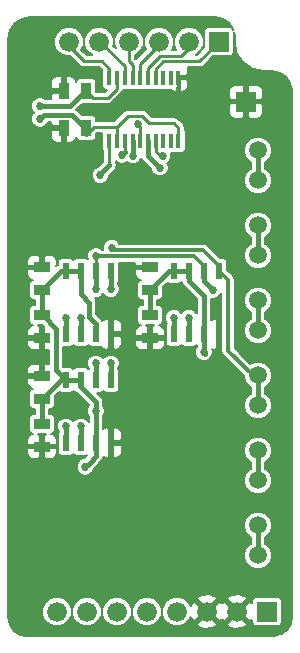
<source format=gtl>
G04 #@! TF.FileFunction,Copper,L1,Top,Signal*
%FSLAX46Y46*%
G04 Gerber Fmt 4.6, Leading zero omitted, Abs format (unit mm)*
G04 Created by KiCad (PCBNEW (2014-11-02 BZR 5250)-product) date 05/11/2014 09:55:45*
%MOMM*%
G01*
G04 APERTURE LIST*
%ADD10C,0.100000*%
%ADD11R,1.397000X0.889000*%
%ADD12R,0.889000X1.397000*%
%ADD13R,1.676400X1.676400*%
%ADD14C,1.676400*%
%ADD15R,0.406400X1.270000*%
%ADD16R,0.599440X1.399540*%
%ADD17C,1.500000*%
%ADD18C,0.685800*%
%ADD19C,0.406400*%
%ADD20C,0.254000*%
%ADD21C,0.152400*%
%ADD22C,0.304800*%
%ADD23C,0.203200*%
G04 APERTURE END LIST*
D10*
D11*
X112014000Y-148018500D03*
X112014000Y-146113500D03*
X121158000Y-148018500D03*
X121158000Y-146113500D03*
X112014000Y-157226000D03*
X112014000Y-155321000D03*
X112014000Y-150177500D03*
X112014000Y-152082500D03*
X121158000Y-150177500D03*
X121158000Y-152082500D03*
X112014000Y-159385000D03*
X112014000Y-161290000D03*
D12*
X115760500Y-131191000D03*
X113855500Y-131191000D03*
X115760500Y-134302500D03*
X113855500Y-134302500D03*
D13*
X127000000Y-127000000D03*
D14*
X124460000Y-127000000D03*
X121920000Y-127000000D03*
X119380000Y-127000000D03*
X116840000Y-127000000D03*
X114300000Y-127000000D03*
D15*
X117729000Y-135382000D03*
X118364000Y-135382000D03*
X119024400Y-135382000D03*
X119684800Y-135382000D03*
X120319800Y-135382000D03*
X120980200Y-135382000D03*
X121640600Y-135382000D03*
X122275600Y-135382000D03*
X122936000Y-135382000D03*
X123571000Y-135382000D03*
X123571000Y-130048000D03*
X122936000Y-130048000D03*
X122275600Y-130048000D03*
X121640600Y-130048000D03*
X120980200Y-130048000D03*
X120319800Y-130048000D03*
X119684800Y-130048000D03*
X119024400Y-130048000D03*
X118364000Y-130048000D03*
X117729000Y-130048000D03*
D16*
X114046000Y-155638500D03*
X114046000Y-160972500D03*
X115316000Y-155638500D03*
X116586000Y-155638500D03*
X117856000Y-155638500D03*
X115316000Y-160972500D03*
X116586000Y-160972500D03*
X117856000Y-160972500D03*
X114046000Y-146431000D03*
X114046000Y-151765000D03*
X115316000Y-146431000D03*
X116586000Y-146431000D03*
X117856000Y-146431000D03*
X115316000Y-151765000D03*
X116586000Y-151765000D03*
X117856000Y-151765000D03*
X123190000Y-146431000D03*
X123190000Y-151765000D03*
X124460000Y-146431000D03*
X125730000Y-146431000D03*
X127000000Y-146431000D03*
X124460000Y-151765000D03*
X125730000Y-151765000D03*
X127000000Y-151765000D03*
D17*
X130302000Y-170497500D03*
X130302000Y-167957500D03*
X130302000Y-164147500D03*
X130302000Y-161607500D03*
X130302000Y-157797500D03*
X130302000Y-155257500D03*
X130302000Y-151447500D03*
X130302000Y-148907500D03*
X130302000Y-145097500D03*
X130302000Y-142557500D03*
X130302000Y-138747500D03*
X130302000Y-136207500D03*
D13*
X129286000Y-132080000D03*
X131064000Y-175260000D03*
D14*
X128524000Y-175260000D03*
X125984000Y-175260000D03*
X123444000Y-175260000D03*
X120904000Y-175260000D03*
X118364000Y-175260000D03*
X115824000Y-175260000D03*
X113284000Y-175260000D03*
D18*
X115697000Y-163004500D03*
X111823500Y-133540500D03*
X125730000Y-153289000D03*
X116586000Y-158242000D03*
X126492000Y-148018500D03*
X116586000Y-154241500D03*
X116586000Y-147955000D03*
X116586000Y-145161000D03*
X116967000Y-138303000D03*
X115316000Y-150368000D03*
X124460000Y-150368000D03*
X118808500Y-136588500D03*
X115316000Y-159575500D03*
X117856000Y-154241500D03*
X117919500Y-144462500D03*
X117856000Y-147955000D03*
X119697500Y-136652000D03*
X120142000Y-133985000D03*
X114046000Y-159575500D03*
X123190000Y-150368000D03*
X121983500Y-137668000D03*
X122230855Y-136659198D03*
X114046000Y-150368000D03*
X111823500Y-132461000D03*
D19*
X116039899Y-162661601D02*
X115697000Y-163004500D01*
X116586000Y-160972500D02*
X116586000Y-162115500D01*
X116586000Y-162115500D02*
X116039899Y-162661601D01*
X112166399Y-133197601D02*
X111823500Y-133540500D01*
X112229899Y-133197601D02*
X112166399Y-133197601D01*
D20*
X118364000Y-134239000D02*
X118364000Y-135382000D01*
X116395500Y-134239000D02*
X118364000Y-134239000D01*
X115824000Y-134810500D02*
X116395500Y-134239000D01*
D21*
X115760500Y-134810500D02*
X115824000Y-134810500D01*
D20*
X119316500Y-133286500D02*
X118364000Y-134239000D01*
X120459500Y-133286500D02*
X119316500Y-133286500D01*
X121094500Y-133921500D02*
X120459500Y-133286500D01*
X123190000Y-133921500D02*
X121094500Y-133921500D01*
X123571000Y-134302500D02*
X123190000Y-133921500D01*
X123571000Y-135382000D02*
X123571000Y-134302500D01*
D19*
X114528601Y-133197601D02*
X112229899Y-133197601D01*
X115760500Y-134429500D02*
X114528601Y-133197601D01*
X115760500Y-134810500D02*
X115760500Y-134429500D01*
X114046000Y-155638500D02*
X115316000Y-155638500D01*
X116586000Y-158242000D02*
X116586000Y-160972500D01*
X116586000Y-157480000D02*
X116586000Y-158242000D01*
X115316000Y-156210000D02*
X116586000Y-157480000D01*
D21*
X115316000Y-155638500D02*
X115316000Y-156210000D01*
D19*
X113601500Y-155638500D02*
X112014000Y-157226000D01*
X114046000Y-155638500D02*
X113601500Y-155638500D01*
X112014000Y-157226000D02*
X112014000Y-159385000D01*
X114046000Y-146431000D02*
X115316000Y-146431000D01*
X113601500Y-146431000D02*
X112014000Y-148018500D01*
X114046000Y-146431000D02*
X113601500Y-146431000D01*
X112014000Y-148018500D02*
X112014000Y-150177500D01*
X124460000Y-146431000D02*
X123190000Y-146431000D01*
X122745500Y-146431000D02*
X121158000Y-148018500D01*
X123190000Y-146431000D02*
X122745500Y-146431000D01*
X121158000Y-148018500D02*
X121158000Y-150177500D01*
X125730000Y-148526500D02*
X125730000Y-151765000D01*
X124460000Y-147256500D02*
X125730000Y-148526500D01*
X124460000Y-146431000D02*
X124460000Y-147256500D01*
X113220500Y-154813000D02*
X114046000Y-155638500D01*
X113220500Y-151320500D02*
X113220500Y-154813000D01*
X112077500Y-150177500D02*
X113220500Y-151320500D01*
D20*
X112014000Y-150177500D02*
X112077500Y-150177500D01*
D19*
X116014499Y-150341329D02*
X116014500Y-150341330D01*
X116014500Y-150341330D02*
X116586000Y-150912830D01*
X116586000Y-150912830D02*
X116586000Y-151765000D01*
X115316000Y-146431000D02*
X115316000Y-147283170D01*
X125730000Y-151765000D02*
X125730000Y-153289000D01*
X125793500Y-153416000D02*
X125730000Y-153352500D01*
X125730000Y-153352500D02*
X125730000Y-153289000D01*
X115316000Y-148399500D02*
X116014500Y-149098000D01*
X116014500Y-149098000D02*
X116014500Y-150341330D01*
X115316000Y-146431000D02*
X115316000Y-148399500D01*
D20*
X121640600Y-129311400D02*
X121640600Y-130048000D01*
X122301000Y-128651000D02*
X121640600Y-129311400D01*
X125349000Y-128651000D02*
X122301000Y-128651000D01*
X127000000Y-127000000D02*
X125349000Y-128651000D01*
X120980200Y-129209800D02*
X120980200Y-130048000D01*
X121983500Y-128206500D02*
X120980200Y-129209800D01*
X123761500Y-128206500D02*
X121983500Y-128206500D01*
X124460000Y-127508000D02*
X123761500Y-128206500D01*
X124460000Y-127000000D02*
X124460000Y-127508000D01*
X121920000Y-127000000D02*
X121920000Y-127254000D01*
X121920000Y-127254000D02*
X120319800Y-128854200D01*
X120319800Y-128854200D02*
X120319800Y-130048000D01*
X120319800Y-130048000D02*
X120332500Y-130060700D01*
X119380000Y-127000000D02*
X119380000Y-128651000D01*
X119684800Y-128955800D02*
X119684800Y-130048000D01*
X119380000Y-128651000D02*
X119684800Y-128955800D01*
X116840000Y-127000000D02*
X116967000Y-127000000D01*
X116967000Y-127000000D02*
X119024400Y-129057400D01*
X119024400Y-129057400D02*
X119024400Y-130048000D01*
X114300000Y-127000000D02*
X114300000Y-127381000D01*
X114300000Y-127381000D02*
X115570000Y-128651000D01*
X115570000Y-128651000D02*
X117094000Y-128651000D01*
X117094000Y-128651000D02*
X117729000Y-129286000D01*
X117729000Y-129286000D02*
X117729000Y-130048000D01*
D19*
X125730000Y-147256500D02*
X126492000Y-148018500D01*
X125730000Y-146431000D02*
X125730000Y-147256500D01*
X130302000Y-170497500D02*
X130302000Y-167957500D01*
X116586000Y-146431000D02*
X116586000Y-147955000D01*
X116586000Y-155638500D02*
X116586000Y-154241500D01*
D20*
X116586000Y-146431000D02*
X116586000Y-145161000D01*
D21*
X125730000Y-146431000D02*
X125730000Y-146030950D01*
D22*
X125730000Y-146030950D02*
X124860050Y-145161000D01*
X124860050Y-145161000D02*
X117070933Y-145161000D01*
X117070933Y-145161000D02*
X116586000Y-145161000D01*
D20*
X117729000Y-135382000D02*
X117729000Y-137477500D01*
X117729000Y-136525000D02*
X117729000Y-137477500D01*
D19*
X116967000Y-138239500D02*
X116967000Y-138303000D01*
X117729000Y-137477500D02*
X116967000Y-138239500D01*
X130302000Y-164147500D02*
X130302000Y-161607500D01*
X115316000Y-150368000D02*
X115316000Y-151765000D01*
X124460000Y-151765000D02*
X124460000Y-150368000D01*
D20*
X119024400Y-135382000D02*
X119024399Y-136309101D01*
X119024400Y-136245600D02*
X119024399Y-136309101D01*
D19*
X118808500Y-136525000D02*
X118808500Y-136588500D01*
X119024399Y-136309101D02*
X118808500Y-136525000D01*
X115316000Y-159575500D02*
X115316000Y-160972500D01*
D22*
X130302000Y-155257500D02*
X129857500Y-155257500D01*
X129857500Y-155257500D02*
X127762000Y-153162000D01*
X127762000Y-147193000D02*
X127000000Y-146431000D01*
X127762000Y-153162000D02*
X127762000Y-147193000D01*
D19*
X130302000Y-157797500D02*
X130302000Y-155257500D01*
X117856000Y-155638500D02*
X117856000Y-154241500D01*
X117856000Y-147955000D02*
X117856000Y-146431000D01*
D21*
X127000000Y-146431000D02*
X127000000Y-146030950D01*
D19*
X119684800Y-135382000D02*
X119684800Y-136639300D01*
X119684800Y-136639300D02*
X119697500Y-136652000D01*
D20*
X130302000Y-157797500D02*
X130302000Y-157543500D01*
D22*
X118110000Y-144653000D02*
X117919500Y-144462500D01*
X125622050Y-144653000D02*
X118110000Y-144653000D01*
X127000000Y-146030950D02*
X125622050Y-144653000D01*
X130302000Y-148907500D02*
X129984500Y-148907500D01*
D19*
X130302000Y-151447500D02*
X130302000Y-148907500D01*
D20*
X120319800Y-134162800D02*
X120142000Y-133985000D01*
X120319800Y-135382000D02*
X120319800Y-134162800D01*
D19*
X114046000Y-159575500D02*
X114046000Y-160972500D01*
D20*
X130302000Y-151447500D02*
X130302000Y-151066500D01*
D19*
X130302000Y-145097500D02*
X130302000Y-142557500D01*
X123190000Y-150368000D02*
X123190000Y-151765000D01*
X121640601Y-137325101D02*
X121983500Y-137668000D01*
X120980200Y-135382000D02*
X120980200Y-136664700D01*
X120980200Y-136664700D02*
X121640601Y-137325101D01*
X130302000Y-138747500D02*
X130302000Y-136207500D01*
D20*
X122028798Y-136659198D02*
X122230855Y-136659198D01*
X121640600Y-136271000D02*
X122028798Y-136659198D01*
X121640600Y-135382000D02*
X121640600Y-136271000D01*
D19*
X114046000Y-150368000D02*
X114046000Y-151765000D01*
X115760500Y-131064000D02*
X114363500Y-132461000D01*
X112308433Y-132461000D02*
X111823500Y-132461000D01*
X114363500Y-132461000D02*
X112308433Y-132461000D01*
D20*
X116332000Y-131762500D02*
X117602000Y-131762500D01*
X118364000Y-130048000D02*
X118364000Y-131000500D01*
X118364000Y-131000500D02*
X117602000Y-131762500D01*
X115760500Y-131191000D02*
X116332000Y-131762500D01*
D21*
X115760500Y-131064000D02*
X115760500Y-131191000D01*
D23*
G36*
X133147600Y-175610390D02*
X133057733Y-176277367D01*
X132749712Y-176807158D01*
X132308600Y-177143515D01*
X132308600Y-176179038D01*
X132308600Y-176017362D01*
X132308600Y-174340962D01*
X132246729Y-174191593D01*
X132132407Y-174077271D01*
X131983038Y-174015400D01*
X131821362Y-174015400D01*
X131458600Y-174015400D01*
X131458600Y-170268487D01*
X131282920Y-169843308D01*
X130957903Y-169517724D01*
X130911600Y-169498497D01*
X130911600Y-168956844D01*
X130956192Y-168938420D01*
X131281776Y-168613403D01*
X131458199Y-168188531D01*
X131458600Y-167728487D01*
X131458600Y-163918487D01*
X131282920Y-163493308D01*
X130957903Y-163167724D01*
X130911600Y-163148497D01*
X130911600Y-162606844D01*
X130956192Y-162588420D01*
X131281776Y-162263403D01*
X131458199Y-161838531D01*
X131458600Y-161378487D01*
X131458600Y-157568487D01*
X131282920Y-157143308D01*
X130957903Y-156817724D01*
X130911600Y-156798497D01*
X130911600Y-156256844D01*
X130956192Y-156238420D01*
X131281776Y-155913403D01*
X131458199Y-155488531D01*
X131458600Y-155028487D01*
X131458600Y-151218487D01*
X131282920Y-150793308D01*
X130957903Y-150467724D01*
X130911600Y-150448497D01*
X130911600Y-149906844D01*
X130956192Y-149888420D01*
X131281776Y-149563403D01*
X131458199Y-149138531D01*
X131458600Y-148678487D01*
X131458600Y-144868487D01*
X131282920Y-144443308D01*
X130957903Y-144117724D01*
X130911600Y-144098497D01*
X130911600Y-143556844D01*
X130956192Y-143538420D01*
X131281776Y-143213403D01*
X131458199Y-142788531D01*
X131458600Y-142328487D01*
X131458600Y-138518487D01*
X131282920Y-138093308D01*
X130957903Y-137767724D01*
X130911600Y-137748497D01*
X130911600Y-137206844D01*
X130956192Y-137188420D01*
X131281776Y-136863403D01*
X131458199Y-136438531D01*
X131458600Y-135978487D01*
X131282920Y-135553308D01*
X130957903Y-135227724D01*
X130733800Y-135134667D01*
X130733800Y-133039457D01*
X130733800Y-132796943D01*
X130733800Y-132384800D01*
X130733800Y-131775200D01*
X130733800Y-131363057D01*
X130733800Y-131120543D01*
X130640994Y-130896489D01*
X130469511Y-130725006D01*
X130245457Y-130632200D01*
X129590800Y-130632200D01*
X129438400Y-130784600D01*
X129438400Y-131927600D01*
X130581400Y-131927600D01*
X130733800Y-131775200D01*
X130733800Y-132384800D01*
X130581400Y-132232400D01*
X129438400Y-132232400D01*
X129438400Y-133375400D01*
X129590800Y-133527800D01*
X130245457Y-133527800D01*
X130469511Y-133434994D01*
X130640994Y-133263511D01*
X130733800Y-133039457D01*
X130733800Y-135134667D01*
X130533031Y-135051301D01*
X130072987Y-135050900D01*
X129647808Y-135226580D01*
X129322224Y-135551597D01*
X129145801Y-135976469D01*
X129145400Y-136436513D01*
X129321080Y-136861692D01*
X129646097Y-137187276D01*
X129692400Y-137206502D01*
X129692400Y-137748155D01*
X129647808Y-137766580D01*
X129322224Y-138091597D01*
X129145801Y-138516469D01*
X129145400Y-138976513D01*
X129321080Y-139401692D01*
X129646097Y-139727276D01*
X130070969Y-139903699D01*
X130531013Y-139904100D01*
X130956192Y-139728420D01*
X131281776Y-139403403D01*
X131458199Y-138978531D01*
X131458600Y-138518487D01*
X131458600Y-142328487D01*
X131282920Y-141903308D01*
X130957903Y-141577724D01*
X130533031Y-141401301D01*
X130072987Y-141400900D01*
X129647808Y-141576580D01*
X129322224Y-141901597D01*
X129145801Y-142326469D01*
X129145400Y-142786513D01*
X129321080Y-143211692D01*
X129646097Y-143537276D01*
X129692400Y-143556502D01*
X129692400Y-144098155D01*
X129647808Y-144116580D01*
X129322224Y-144441597D01*
X129145801Y-144866469D01*
X129145400Y-145326513D01*
X129321080Y-145751692D01*
X129646097Y-146077276D01*
X130070969Y-146253699D01*
X130531013Y-146254100D01*
X130956192Y-146078420D01*
X131281776Y-145753403D01*
X131458199Y-145328531D01*
X131458600Y-144868487D01*
X131458600Y-148678487D01*
X131282920Y-148253308D01*
X130957903Y-147927724D01*
X130533031Y-147751301D01*
X130072987Y-147750900D01*
X129647808Y-147926580D01*
X129322224Y-148251597D01*
X129145801Y-148676469D01*
X129145400Y-149136513D01*
X129321080Y-149561692D01*
X129646097Y-149887276D01*
X129692400Y-149906502D01*
X129692400Y-150448155D01*
X129647808Y-150466580D01*
X129322224Y-150791597D01*
X129145801Y-151216469D01*
X129145400Y-151676513D01*
X129321080Y-152101692D01*
X129646097Y-152427276D01*
X130070969Y-152603699D01*
X130531013Y-152604100D01*
X130956192Y-152428420D01*
X131281776Y-152103403D01*
X131458199Y-151678531D01*
X131458600Y-151218487D01*
X131458600Y-155028487D01*
X131282920Y-154603308D01*
X130957903Y-154277724D01*
X130533031Y-154101301D01*
X130072987Y-154100900D01*
X129661277Y-154271014D01*
X129133600Y-153743337D01*
X129133600Y-133375400D01*
X129133600Y-132232400D01*
X129133600Y-131927600D01*
X129133600Y-130784600D01*
X128981200Y-130632200D01*
X128326543Y-130632200D01*
X128102489Y-130725006D01*
X127931006Y-130896489D01*
X127838200Y-131120543D01*
X127838200Y-131363057D01*
X127838200Y-131775200D01*
X127990600Y-131927600D01*
X129133600Y-131927600D01*
X129133600Y-132232400D01*
X127990600Y-132232400D01*
X127838200Y-132384800D01*
X127838200Y-132796943D01*
X127838200Y-133039457D01*
X127931006Y-133263511D01*
X128102489Y-133434994D01*
X128326543Y-133527800D01*
X128981200Y-133527800D01*
X129133600Y-133375400D01*
X129133600Y-153743337D01*
X128320800Y-152930537D01*
X128320800Y-147193000D01*
X128278265Y-146979157D01*
X128278264Y-146979156D01*
X128157131Y-146797869D01*
X127706120Y-146346858D01*
X127706120Y-145650392D01*
X127644249Y-145501023D01*
X127529927Y-145386701D01*
X127380558Y-145324830D01*
X127218882Y-145324830D01*
X127084142Y-145324830D01*
X126017181Y-144257869D01*
X125835894Y-144136736D01*
X125622050Y-144094200D01*
X124383800Y-144094200D01*
X124383800Y-130804257D01*
X124383800Y-130561743D01*
X124383800Y-130352800D01*
X124231400Y-130200400D01*
X123672600Y-130200400D01*
X123672600Y-131140200D01*
X123825000Y-131292600D01*
X123895457Y-131292600D01*
X124119511Y-131199794D01*
X124290994Y-131028311D01*
X124383800Y-130804257D01*
X124383800Y-144094200D01*
X118578065Y-144094200D01*
X118555096Y-144038610D01*
X118344499Y-143827644D01*
X118069199Y-143713330D01*
X117771109Y-143713070D01*
X117495610Y-143826904D01*
X117284644Y-144037501D01*
X117170330Y-144312801D01*
X117170077Y-144602200D01*
X117086921Y-144602200D01*
X117010999Y-144526144D01*
X116735699Y-144411830D01*
X116437609Y-144411570D01*
X116162110Y-144525404D01*
X115951144Y-144736001D01*
X115836830Y-145011301D01*
X115836570Y-145309391D01*
X115884418Y-145425192D01*
X115845927Y-145386701D01*
X115696558Y-145324830D01*
X115534882Y-145324830D01*
X114935442Y-145324830D01*
X114786073Y-145386701D01*
X114681000Y-145491774D01*
X114575927Y-145386701D01*
X114426558Y-145324830D01*
X114264882Y-145324830D01*
X113703100Y-145324830D01*
X113703100Y-135458200D01*
X113703100Y-134454900D01*
X112953800Y-134454900D01*
X112801400Y-134607300D01*
X112801400Y-134879743D01*
X112801400Y-135122257D01*
X112894206Y-135346311D01*
X113065689Y-135517794D01*
X113289743Y-135610600D01*
X113550700Y-135610600D01*
X113703100Y-135458200D01*
X113703100Y-145324830D01*
X113665442Y-145324830D01*
X113516073Y-145386701D01*
X113401751Y-145501023D01*
X113339880Y-145650392D01*
X113339880Y-145812068D01*
X113339880Y-145886736D01*
X113322100Y-145898616D01*
X113228590Y-145961098D01*
X113169702Y-145961098D01*
X113322100Y-145808700D01*
X113322100Y-145547743D01*
X113229294Y-145323689D01*
X113057811Y-145152206D01*
X112833757Y-145059400D01*
X112591243Y-145059400D01*
X112318800Y-145059400D01*
X112166400Y-145211800D01*
X112166400Y-145961100D01*
X112186400Y-145961100D01*
X112186400Y-146265900D01*
X112166400Y-146265900D01*
X112166400Y-146285900D01*
X111861600Y-146285900D01*
X111861600Y-146265900D01*
X111861600Y-145961100D01*
X111861600Y-145211800D01*
X111709200Y-145059400D01*
X111436757Y-145059400D01*
X111194243Y-145059400D01*
X110970189Y-145152206D01*
X110798706Y-145323689D01*
X110705900Y-145547743D01*
X110705900Y-145808700D01*
X110858300Y-145961100D01*
X111861600Y-145961100D01*
X111861600Y-146265900D01*
X110858300Y-146265900D01*
X110705900Y-146418300D01*
X110705900Y-146679257D01*
X110798706Y-146903311D01*
X110970189Y-147074794D01*
X111194243Y-147167600D01*
X111234662Y-147167600D01*
X111085293Y-147229471D01*
X110970971Y-147343793D01*
X110909100Y-147493162D01*
X110909100Y-147654838D01*
X110909100Y-148543838D01*
X110970971Y-148693207D01*
X111085293Y-148807529D01*
X111234662Y-148869400D01*
X111396338Y-148869400D01*
X111404400Y-148869400D01*
X111404400Y-149326600D01*
X111234662Y-149326600D01*
X111085293Y-149388471D01*
X110970971Y-149502793D01*
X110909100Y-149652162D01*
X110909100Y-149813838D01*
X110909100Y-150702838D01*
X110970971Y-150852207D01*
X111085293Y-150966529D01*
X111234662Y-151028400D01*
X111194243Y-151028400D01*
X110970189Y-151121206D01*
X110798706Y-151292689D01*
X110705900Y-151516743D01*
X110705900Y-151777700D01*
X110858300Y-151930100D01*
X111861600Y-151930100D01*
X111861600Y-151180800D01*
X111709200Y-151028400D01*
X112066296Y-151028400D01*
X112192548Y-151154652D01*
X112166400Y-151180800D01*
X112166400Y-151930100D01*
X112186400Y-151930100D01*
X112186400Y-152234900D01*
X112166400Y-152234900D01*
X112166400Y-152984200D01*
X112318800Y-153136600D01*
X112591243Y-153136600D01*
X112610900Y-153136600D01*
X112610900Y-154266900D01*
X112591243Y-154266900D01*
X112318800Y-154266900D01*
X112166400Y-154419300D01*
X112166400Y-155168600D01*
X112186400Y-155168600D01*
X112186400Y-155473400D01*
X112166400Y-155473400D01*
X112166400Y-155493400D01*
X111861600Y-155493400D01*
X111861600Y-155473400D01*
X111861600Y-155168600D01*
X111861600Y-154419300D01*
X111861600Y-152984200D01*
X111861600Y-152234900D01*
X110858300Y-152234900D01*
X110705900Y-152387300D01*
X110705900Y-152648257D01*
X110798706Y-152872311D01*
X110970189Y-153043794D01*
X111194243Y-153136600D01*
X111436757Y-153136600D01*
X111709200Y-153136600D01*
X111861600Y-152984200D01*
X111861600Y-154419300D01*
X111709200Y-154266900D01*
X111436757Y-154266900D01*
X111194243Y-154266900D01*
X110970189Y-154359706D01*
X110798706Y-154531189D01*
X110705900Y-154755243D01*
X110705900Y-155016200D01*
X110858300Y-155168600D01*
X111861600Y-155168600D01*
X111861600Y-155473400D01*
X110858300Y-155473400D01*
X110705900Y-155625800D01*
X110705900Y-155886757D01*
X110798706Y-156110811D01*
X110970189Y-156282294D01*
X111194243Y-156375100D01*
X111234662Y-156375100D01*
X111085293Y-156436971D01*
X110970971Y-156551293D01*
X110909100Y-156700662D01*
X110909100Y-156862338D01*
X110909100Y-157751338D01*
X110970971Y-157900707D01*
X111085293Y-158015029D01*
X111234662Y-158076900D01*
X111396338Y-158076900D01*
X111404400Y-158076900D01*
X111404400Y-158534100D01*
X111234662Y-158534100D01*
X111085293Y-158595971D01*
X110970971Y-158710293D01*
X110909100Y-158859662D01*
X110909100Y-159021338D01*
X110909100Y-159910338D01*
X110970971Y-160059707D01*
X111085293Y-160174029D01*
X111234662Y-160235900D01*
X111194243Y-160235900D01*
X110970189Y-160328706D01*
X110798706Y-160500189D01*
X110705900Y-160724243D01*
X110705900Y-160985200D01*
X110858300Y-161137600D01*
X111861600Y-161137600D01*
X111861600Y-160388300D01*
X111709200Y-160235900D01*
X112318800Y-160235900D01*
X112166400Y-160388300D01*
X112166400Y-161137600D01*
X113169700Y-161137600D01*
X113322100Y-160985200D01*
X113322100Y-160724243D01*
X113229294Y-160500189D01*
X113057811Y-160328706D01*
X112833757Y-160235900D01*
X112793338Y-160235900D01*
X112942707Y-160174029D01*
X113057029Y-160059707D01*
X113118900Y-159910338D01*
X113118900Y-159748662D01*
X113118900Y-158859662D01*
X113057029Y-158710293D01*
X112942707Y-158595971D01*
X112793338Y-158534100D01*
X112631662Y-158534100D01*
X112623600Y-158534100D01*
X112623600Y-158076900D01*
X112793338Y-158076900D01*
X112942707Y-158015029D01*
X113057029Y-157900707D01*
X113118900Y-157751338D01*
X113118900Y-157589662D01*
X113118900Y-156983204D01*
X113467689Y-156634415D01*
X113516073Y-156682799D01*
X113665442Y-156744670D01*
X113827118Y-156744670D01*
X114426558Y-156744670D01*
X114575927Y-156682799D01*
X114681000Y-156577726D01*
X114786073Y-156682799D01*
X114935442Y-156744670D01*
X114988566Y-156744670D01*
X115976400Y-157732504D01*
X115976400Y-157791789D01*
X115951144Y-157817001D01*
X115836830Y-158092301D01*
X115836570Y-158390391D01*
X115950404Y-158665890D01*
X115976400Y-158691931D01*
X115976400Y-159211640D01*
X115951596Y-159151610D01*
X115740999Y-158940644D01*
X115465699Y-158826330D01*
X115167609Y-158826070D01*
X114892110Y-158939904D01*
X114681144Y-159150501D01*
X114680951Y-159150964D01*
X114470999Y-158940644D01*
X114195699Y-158826330D01*
X113897609Y-158826070D01*
X113622110Y-158939904D01*
X113411144Y-159150501D01*
X113296830Y-159425801D01*
X113296570Y-159723891D01*
X113410404Y-159999390D01*
X113427628Y-160016645D01*
X113401751Y-160042523D01*
X113339880Y-160191892D01*
X113339880Y-160353568D01*
X113339880Y-161753108D01*
X113401751Y-161902477D01*
X113516073Y-162016799D01*
X113665442Y-162078670D01*
X113827118Y-162078670D01*
X114426558Y-162078670D01*
X114575927Y-162016799D01*
X114681000Y-161911726D01*
X114786073Y-162016799D01*
X114935442Y-162078670D01*
X115097118Y-162078670D01*
X115696558Y-162078670D01*
X115806099Y-162033296D01*
X115608849Y-162230546D01*
X115608846Y-162230549D01*
X115584293Y-162255101D01*
X115548609Y-162255070D01*
X115273110Y-162368904D01*
X115062144Y-162579501D01*
X114947830Y-162854801D01*
X114947570Y-163152891D01*
X115061404Y-163428390D01*
X115272001Y-163639356D01*
X115547301Y-163753670D01*
X115845391Y-163753930D01*
X116120890Y-163640096D01*
X116331856Y-163429499D01*
X116446170Y-163154199D01*
X116446202Y-163117402D01*
X116470951Y-163092654D01*
X116470951Y-163092653D01*
X116470953Y-163092650D01*
X117017052Y-162546553D01*
X117017052Y-162546552D01*
X117149197Y-162348784D01*
X117185944Y-162164039D01*
X117210969Y-162189064D01*
X117435023Y-162281870D01*
X117553740Y-162281870D01*
X117706140Y-162129470D01*
X117706140Y-161124900D01*
X117683600Y-161124900D01*
X117683600Y-160820100D01*
X117706140Y-160820100D01*
X117706140Y-159815530D01*
X117553740Y-159663130D01*
X117435023Y-159663130D01*
X117210969Y-159755936D01*
X117195600Y-159771305D01*
X117195600Y-158692210D01*
X117220856Y-158666999D01*
X117335170Y-158391699D01*
X117335430Y-158093609D01*
X117221596Y-157818110D01*
X117195600Y-157792068D01*
X117195600Y-157480000D01*
X117149197Y-157246716D01*
X117017052Y-157048948D01*
X116712774Y-156744670D01*
X116966558Y-156744670D01*
X117115927Y-156682799D01*
X117221000Y-156577726D01*
X117326073Y-156682799D01*
X117475442Y-156744670D01*
X117637118Y-156744670D01*
X118236558Y-156744670D01*
X118385927Y-156682799D01*
X118500249Y-156568477D01*
X118562120Y-156419108D01*
X118562120Y-156257432D01*
X118562120Y-154857892D01*
X118500249Y-154708523D01*
X118474526Y-154682800D01*
X118490856Y-154666499D01*
X118605170Y-154391199D01*
X118605430Y-154093109D01*
X118491596Y-153817610D01*
X118280999Y-153606644D01*
X118005699Y-153492330D01*
X117707609Y-153492070D01*
X117432110Y-153605904D01*
X117221144Y-153816501D01*
X117220951Y-153816964D01*
X117010999Y-153606644D01*
X116735699Y-153492330D01*
X116437609Y-153492070D01*
X116162110Y-153605904D01*
X115951144Y-153816501D01*
X115836830Y-154091801D01*
X115836570Y-154389891D01*
X115950404Y-154665390D01*
X115967628Y-154682645D01*
X115951000Y-154699274D01*
X115845927Y-154594201D01*
X115696558Y-154532330D01*
X115534882Y-154532330D01*
X114935442Y-154532330D01*
X114786073Y-154594201D01*
X114681000Y-154699274D01*
X114575927Y-154594201D01*
X114426558Y-154532330D01*
X114264882Y-154532330D01*
X113830100Y-154532330D01*
X113830100Y-152871170D01*
X114426558Y-152871170D01*
X114575927Y-152809299D01*
X114681000Y-152704226D01*
X114786073Y-152809299D01*
X114935442Y-152871170D01*
X115097118Y-152871170D01*
X115696558Y-152871170D01*
X115845927Y-152809299D01*
X115951000Y-152704226D01*
X116056073Y-152809299D01*
X116205442Y-152871170D01*
X116367118Y-152871170D01*
X116966558Y-152871170D01*
X117061322Y-152831917D01*
X117210969Y-152981564D01*
X117435023Y-153074370D01*
X117553740Y-153074370D01*
X117706140Y-152921970D01*
X117706140Y-151917400D01*
X117683600Y-151917400D01*
X117683600Y-151612600D01*
X117706140Y-151612600D01*
X117706140Y-150608030D01*
X117553740Y-150455630D01*
X117435023Y-150455630D01*
X117210969Y-150548436D01*
X117121424Y-150637980D01*
X117017052Y-150481778D01*
X116624100Y-150088826D01*
X116624100Y-149098000D01*
X116577697Y-148864716D01*
X116470442Y-148704199D01*
X116734391Y-148704430D01*
X117009890Y-148590596D01*
X117220856Y-148379999D01*
X117221048Y-148379535D01*
X117431001Y-148589856D01*
X117706301Y-148704170D01*
X118004391Y-148704430D01*
X118279890Y-148590596D01*
X118490856Y-148379999D01*
X118605170Y-148104699D01*
X118605430Y-147806609D01*
X118491596Y-147531110D01*
X118465600Y-147505068D01*
X118465600Y-147395626D01*
X118500249Y-147360977D01*
X118562120Y-147211608D01*
X118562120Y-147049932D01*
X118562120Y-145719800D01*
X119849900Y-145719800D01*
X119849900Y-145808700D01*
X120002300Y-145961100D01*
X121005600Y-145961100D01*
X121005600Y-145941100D01*
X121310400Y-145941100D01*
X121310400Y-145961100D01*
X121330400Y-145961100D01*
X121330400Y-146265900D01*
X121310400Y-146265900D01*
X121310400Y-146285900D01*
X121005600Y-146285900D01*
X121005600Y-146265900D01*
X120002300Y-146265900D01*
X119849900Y-146418300D01*
X119849900Y-146679257D01*
X119942706Y-146903311D01*
X120114189Y-147074794D01*
X120338243Y-147167600D01*
X120378662Y-147167600D01*
X120229293Y-147229471D01*
X120114971Y-147343793D01*
X120053100Y-147493162D01*
X120053100Y-147654838D01*
X120053100Y-148543838D01*
X120114971Y-148693207D01*
X120229293Y-148807529D01*
X120378662Y-148869400D01*
X120540338Y-148869400D01*
X120548400Y-148869400D01*
X120548400Y-149326600D01*
X120378662Y-149326600D01*
X120229293Y-149388471D01*
X120114971Y-149502793D01*
X120053100Y-149652162D01*
X120053100Y-149813838D01*
X120053100Y-150702838D01*
X120114971Y-150852207D01*
X120229293Y-150966529D01*
X120378662Y-151028400D01*
X120338243Y-151028400D01*
X120114189Y-151121206D01*
X119942706Y-151292689D01*
X119849900Y-151516743D01*
X119849900Y-151777700D01*
X120002300Y-151930100D01*
X121005600Y-151930100D01*
X121005600Y-151180800D01*
X120853200Y-151028400D01*
X121462800Y-151028400D01*
X121310400Y-151180800D01*
X121310400Y-151930100D01*
X122313700Y-151930100D01*
X122466100Y-151777700D01*
X122466100Y-151516743D01*
X122373294Y-151292689D01*
X122201811Y-151121206D01*
X121977757Y-151028400D01*
X121937338Y-151028400D01*
X122086707Y-150966529D01*
X122201029Y-150852207D01*
X122262900Y-150702838D01*
X122262900Y-150541162D01*
X122262900Y-149652162D01*
X122201029Y-149502793D01*
X122086707Y-149388471D01*
X121937338Y-149326600D01*
X121775662Y-149326600D01*
X121767600Y-149326600D01*
X121767600Y-148869400D01*
X121937338Y-148869400D01*
X122086707Y-148807529D01*
X122201029Y-148693207D01*
X122262900Y-148543838D01*
X122262900Y-148382162D01*
X122262900Y-147775704D01*
X122611689Y-147426915D01*
X122660073Y-147475299D01*
X122809442Y-147537170D01*
X122971118Y-147537170D01*
X123570558Y-147537170D01*
X123719927Y-147475299D01*
X123825000Y-147370226D01*
X123884945Y-147430171D01*
X123896803Y-147489784D01*
X124028948Y-147687552D01*
X125120400Y-148779004D01*
X125120400Y-150004140D01*
X125095596Y-149944110D01*
X124884999Y-149733144D01*
X124609699Y-149618830D01*
X124311609Y-149618570D01*
X124036110Y-149732404D01*
X123825144Y-149943001D01*
X123824951Y-149943464D01*
X123614999Y-149733144D01*
X123339699Y-149618830D01*
X123041609Y-149618570D01*
X122766110Y-149732404D01*
X122555144Y-149943001D01*
X122440830Y-150218301D01*
X122440570Y-150516391D01*
X122554404Y-150791890D01*
X122571628Y-150809145D01*
X122545751Y-150835023D01*
X122483880Y-150984392D01*
X122483880Y-151146068D01*
X122483880Y-152545608D01*
X122545751Y-152694977D01*
X122660073Y-152809299D01*
X122809442Y-152871170D01*
X122971118Y-152871170D01*
X123570558Y-152871170D01*
X123719927Y-152809299D01*
X123825000Y-152704226D01*
X123930073Y-152809299D01*
X124079442Y-152871170D01*
X124241118Y-152871170D01*
X124840558Y-152871170D01*
X124989927Y-152809299D01*
X125095000Y-152704226D01*
X125120400Y-152729626D01*
X125120400Y-152838789D01*
X125095144Y-152864001D01*
X124980830Y-153139301D01*
X124980570Y-153437391D01*
X125094404Y-153712890D01*
X125305001Y-153923856D01*
X125580301Y-154038170D01*
X125878391Y-154038430D01*
X126017068Y-153981129D01*
X126026784Y-153979197D01*
X126034948Y-153973741D01*
X126153890Y-153924596D01*
X126364856Y-153713999D01*
X126479170Y-153438699D01*
X126479430Y-153140609D01*
X126425844Y-153010921D01*
X126579023Y-153074370D01*
X126697740Y-153074370D01*
X126850140Y-152921970D01*
X126850140Y-151917400D01*
X126827600Y-151917400D01*
X126827600Y-151612600D01*
X126850140Y-151612600D01*
X126850140Y-150608030D01*
X126697740Y-150455630D01*
X126579023Y-150455630D01*
X126354969Y-150548436D01*
X126339600Y-150563805D01*
X126339600Y-148766548D01*
X126342301Y-148767670D01*
X126640391Y-148767930D01*
X126915890Y-148654096D01*
X127126856Y-148443499D01*
X127203200Y-148259641D01*
X127203200Y-150554690D01*
X127149860Y-150608030D01*
X127149860Y-151612600D01*
X127172400Y-151612600D01*
X127172400Y-151917400D01*
X127149860Y-151917400D01*
X127149860Y-152921970D01*
X127203200Y-152975310D01*
X127203200Y-153162000D01*
X127245736Y-153375844D01*
X127366869Y-153557131D01*
X129145531Y-155335794D01*
X129145400Y-155486513D01*
X129321080Y-155911692D01*
X129646097Y-156237276D01*
X129692400Y-156256502D01*
X129692400Y-156798155D01*
X129647808Y-156816580D01*
X129322224Y-157141597D01*
X129145801Y-157566469D01*
X129145400Y-158026513D01*
X129321080Y-158451692D01*
X129646097Y-158777276D01*
X130070969Y-158953699D01*
X130531013Y-158954100D01*
X130956192Y-158778420D01*
X131281776Y-158453403D01*
X131458199Y-158028531D01*
X131458600Y-157568487D01*
X131458600Y-161378487D01*
X131282920Y-160953308D01*
X130957903Y-160627724D01*
X130533031Y-160451301D01*
X130072987Y-160450900D01*
X129647808Y-160626580D01*
X129322224Y-160951597D01*
X129145801Y-161376469D01*
X129145400Y-161836513D01*
X129321080Y-162261692D01*
X129646097Y-162587276D01*
X129692400Y-162606502D01*
X129692400Y-163148155D01*
X129647808Y-163166580D01*
X129322224Y-163491597D01*
X129145801Y-163916469D01*
X129145400Y-164376513D01*
X129321080Y-164801692D01*
X129646097Y-165127276D01*
X130070969Y-165303699D01*
X130531013Y-165304100D01*
X130956192Y-165128420D01*
X131281776Y-164803403D01*
X131458199Y-164378531D01*
X131458600Y-163918487D01*
X131458600Y-167728487D01*
X131282920Y-167303308D01*
X130957903Y-166977724D01*
X130533031Y-166801301D01*
X130072987Y-166800900D01*
X129647808Y-166976580D01*
X129322224Y-167301597D01*
X129145801Y-167726469D01*
X129145400Y-168186513D01*
X129321080Y-168611692D01*
X129646097Y-168937276D01*
X129692400Y-168956502D01*
X129692400Y-169498155D01*
X129647808Y-169516580D01*
X129322224Y-169841597D01*
X129145801Y-170266469D01*
X129145400Y-170726513D01*
X129321080Y-171151692D01*
X129646097Y-171477276D01*
X130070969Y-171653699D01*
X130531013Y-171654100D01*
X130956192Y-171478420D01*
X131281776Y-171153403D01*
X131458199Y-170728531D01*
X131458600Y-170268487D01*
X131458600Y-174015400D01*
X130144962Y-174015400D01*
X129995593Y-174077271D01*
X129881271Y-174191593D01*
X129819400Y-174340962D01*
X129819400Y-174502638D01*
X129819400Y-174563625D01*
X129801439Y-174520264D01*
X129561582Y-174437945D01*
X129346055Y-174653471D01*
X129346055Y-174222418D01*
X129263736Y-173982561D01*
X128718572Y-173796715D01*
X128143787Y-173833642D01*
X127784264Y-173982561D01*
X127701945Y-174222418D01*
X128524000Y-175044474D01*
X129346055Y-174222418D01*
X129346055Y-174653471D01*
X128739526Y-175260000D01*
X129561582Y-176082055D01*
X129801439Y-175999736D01*
X129819400Y-175947048D01*
X129819400Y-176179038D01*
X129881271Y-176328407D01*
X129995593Y-176442729D01*
X130144962Y-176504600D01*
X130306638Y-176504600D01*
X131983038Y-176504600D01*
X132132407Y-176442729D01*
X132246729Y-176328407D01*
X132308600Y-176179038D01*
X132308600Y-177143515D01*
X132262396Y-177178747D01*
X131639618Y-177343600D01*
X129346055Y-177343600D01*
X129346055Y-176297582D01*
X128524000Y-175475526D01*
X128308474Y-175691052D01*
X128308474Y-175260000D01*
X127486418Y-174437945D01*
X127254000Y-174517710D01*
X127021582Y-174437945D01*
X126806055Y-174653471D01*
X126806055Y-174222418D01*
X126723736Y-173982561D01*
X126178572Y-173796715D01*
X125603787Y-173833642D01*
X125244264Y-173982561D01*
X125161945Y-174222418D01*
X125984000Y-175044474D01*
X126806055Y-174222418D01*
X126806055Y-174653471D01*
X126199526Y-175260000D01*
X127021582Y-176082055D01*
X127254000Y-176002289D01*
X127486418Y-176082055D01*
X128308474Y-175260000D01*
X128308474Y-175691052D01*
X127701945Y-176297582D01*
X127784264Y-176537439D01*
X128329428Y-176723285D01*
X128904213Y-176686358D01*
X129263736Y-176537439D01*
X129346055Y-176297582D01*
X129346055Y-177343600D01*
X126806055Y-177343600D01*
X126806055Y-176297582D01*
X125984000Y-175475526D01*
X125768474Y-175691052D01*
X125768474Y-175260000D01*
X124946418Y-174437945D01*
X124706561Y-174520264D01*
X124606403Y-174814067D01*
X124499736Y-174555912D01*
X124149930Y-174205495D01*
X123692652Y-174015617D01*
X123197520Y-174015185D01*
X122739912Y-174204264D01*
X122466100Y-174477598D01*
X122466100Y-152648257D01*
X122466100Y-152387300D01*
X122313700Y-152234900D01*
X121310400Y-152234900D01*
X121310400Y-152984200D01*
X121462800Y-153136600D01*
X121735243Y-153136600D01*
X121977757Y-153136600D01*
X122201811Y-153043794D01*
X122373294Y-152872311D01*
X122466100Y-152648257D01*
X122466100Y-174477598D01*
X122389495Y-174554070D01*
X122199617Y-175011348D01*
X122199185Y-175506480D01*
X122388264Y-175964088D01*
X122738070Y-176314505D01*
X123195348Y-176504383D01*
X123690480Y-176504815D01*
X124148088Y-176315736D01*
X124498505Y-175965930D01*
X124595651Y-175731975D01*
X124706561Y-175999736D01*
X124946418Y-176082055D01*
X125768474Y-175260000D01*
X125768474Y-175691052D01*
X125161945Y-176297582D01*
X125244264Y-176537439D01*
X125789428Y-176723285D01*
X126364213Y-176686358D01*
X126723736Y-176537439D01*
X126806055Y-176297582D01*
X126806055Y-177343600D01*
X122148815Y-177343600D01*
X122148815Y-175013520D01*
X121959736Y-174555912D01*
X121609930Y-174205495D01*
X121152652Y-174015617D01*
X121005600Y-174015488D01*
X121005600Y-152984200D01*
X121005600Y-152234900D01*
X120002300Y-152234900D01*
X119849900Y-152387300D01*
X119849900Y-152648257D01*
X119942706Y-152872311D01*
X120114189Y-153043794D01*
X120338243Y-153136600D01*
X120580757Y-153136600D01*
X120853200Y-153136600D01*
X121005600Y-152984200D01*
X121005600Y-174015488D01*
X120657520Y-174015185D01*
X120199912Y-174204264D01*
X119849495Y-174554070D01*
X119659617Y-175011348D01*
X119659185Y-175506480D01*
X119848264Y-175964088D01*
X120198070Y-176314505D01*
X120655348Y-176504383D01*
X121150480Y-176504815D01*
X121608088Y-176315736D01*
X121958505Y-175965930D01*
X122148383Y-175508652D01*
X122148815Y-175013520D01*
X122148815Y-177343600D01*
X121285000Y-177343600D01*
X121158000Y-177343600D01*
X119608815Y-177343600D01*
X119608815Y-175013520D01*
X119419736Y-174555912D01*
X119069930Y-174205495D01*
X118765320Y-174079010D01*
X118765320Y-161793527D01*
X118765320Y-161551013D01*
X118765320Y-161277300D01*
X118765320Y-160667700D01*
X118765320Y-160393987D01*
X118765320Y-160151473D01*
X118765320Y-152586027D01*
X118765320Y-152343513D01*
X118765320Y-152069800D01*
X118765320Y-151460200D01*
X118765320Y-151186487D01*
X118765320Y-150943973D01*
X118672514Y-150719919D01*
X118501031Y-150548436D01*
X118276977Y-150455630D01*
X118158260Y-150455630D01*
X118005860Y-150608030D01*
X118005860Y-151612600D01*
X118612920Y-151612600D01*
X118765320Y-151460200D01*
X118765320Y-152069800D01*
X118612920Y-151917400D01*
X118005860Y-151917400D01*
X118005860Y-152921970D01*
X118158260Y-153074370D01*
X118276977Y-153074370D01*
X118501031Y-152981564D01*
X118672514Y-152810081D01*
X118765320Y-152586027D01*
X118765320Y-160151473D01*
X118672514Y-159927419D01*
X118501031Y-159755936D01*
X118276977Y-159663130D01*
X118158260Y-159663130D01*
X118005860Y-159815530D01*
X118005860Y-160820100D01*
X118612920Y-160820100D01*
X118765320Y-160667700D01*
X118765320Y-161277300D01*
X118612920Y-161124900D01*
X118005860Y-161124900D01*
X118005860Y-162129470D01*
X118158260Y-162281870D01*
X118276977Y-162281870D01*
X118501031Y-162189064D01*
X118672514Y-162017581D01*
X118765320Y-161793527D01*
X118765320Y-174079010D01*
X118612652Y-174015617D01*
X118117520Y-174015185D01*
X117659912Y-174204264D01*
X117309495Y-174554070D01*
X117119617Y-175011348D01*
X117119185Y-175506480D01*
X117308264Y-175964088D01*
X117658070Y-176314505D01*
X118115348Y-176504383D01*
X118610480Y-176504815D01*
X119068088Y-176315736D01*
X119418505Y-175965930D01*
X119608383Y-175508652D01*
X119608815Y-175013520D01*
X119608815Y-177343600D01*
X117068815Y-177343600D01*
X117068815Y-175013520D01*
X116879736Y-174555912D01*
X116529930Y-174205495D01*
X116072652Y-174015617D01*
X115577520Y-174015185D01*
X115119912Y-174204264D01*
X114769495Y-174554070D01*
X114579617Y-175011348D01*
X114579185Y-175506480D01*
X114768264Y-175964088D01*
X115118070Y-176314505D01*
X115575348Y-176504383D01*
X116070480Y-176504815D01*
X116528088Y-176315736D01*
X116878505Y-175965930D01*
X117068383Y-175508652D01*
X117068815Y-175013520D01*
X117068815Y-177343600D01*
X114528815Y-177343600D01*
X114528815Y-175013520D01*
X114339736Y-174555912D01*
X113989930Y-174205495D01*
X113532652Y-174015617D01*
X113322100Y-174015433D01*
X113322100Y-161855757D01*
X113322100Y-161594800D01*
X113169700Y-161442400D01*
X112166400Y-161442400D01*
X112166400Y-162191700D01*
X112318800Y-162344100D01*
X112591243Y-162344100D01*
X112833757Y-162344100D01*
X113057811Y-162251294D01*
X113229294Y-162079811D01*
X113322100Y-161855757D01*
X113322100Y-174015433D01*
X113037520Y-174015185D01*
X112579912Y-174204264D01*
X112229495Y-174554070D01*
X112039617Y-175011348D01*
X112039185Y-175506480D01*
X112228264Y-175964088D01*
X112578070Y-176314505D01*
X113035348Y-176504383D01*
X113530480Y-176504815D01*
X113988088Y-176315736D01*
X114338505Y-175965930D01*
X114528383Y-175508652D01*
X114528815Y-175013520D01*
X114528815Y-177343600D01*
X111861600Y-177343600D01*
X111861600Y-162191700D01*
X111861600Y-161442400D01*
X110858300Y-161442400D01*
X110705900Y-161594800D01*
X110705900Y-161855757D01*
X110798706Y-162079811D01*
X110970189Y-162251294D01*
X111194243Y-162344100D01*
X111436757Y-162344100D01*
X111709200Y-162344100D01*
X111861600Y-162191700D01*
X111861600Y-177343600D01*
X110788949Y-177343600D01*
X110144466Y-177215404D01*
X109636205Y-176875794D01*
X109296595Y-176367533D01*
X109168400Y-175723050D01*
X109168400Y-169100500D01*
X109168400Y-165608000D01*
X109168400Y-126790949D01*
X109315931Y-126049263D01*
X109710599Y-125458600D01*
X110301265Y-125063929D01*
X111042949Y-124916400D01*
X126701050Y-124916400D01*
X127345533Y-125044595D01*
X127853794Y-125384205D01*
X128193404Y-125892466D01*
X128218239Y-126017323D01*
X128182729Y-125931593D01*
X128068407Y-125817271D01*
X127919038Y-125755400D01*
X127757362Y-125755400D01*
X126080962Y-125755400D01*
X125931593Y-125817271D01*
X125817271Y-125931593D01*
X125755400Y-126080962D01*
X125755400Y-126242638D01*
X125755400Y-127490258D01*
X125128058Y-128117600D01*
X125014365Y-128117600D01*
X125164088Y-128055736D01*
X125514505Y-127705930D01*
X125704383Y-127248652D01*
X125704815Y-126753520D01*
X125515736Y-126295912D01*
X125165930Y-125945495D01*
X124708652Y-125755617D01*
X124213520Y-125755185D01*
X123755912Y-125944264D01*
X123405495Y-126294070D01*
X123215617Y-126751348D01*
X123215185Y-127246480D01*
X123391460Y-127673100D01*
X122988137Y-127673100D01*
X123164383Y-127248652D01*
X123164815Y-126753520D01*
X122975736Y-126295912D01*
X122625930Y-125945495D01*
X122168652Y-125755617D01*
X121673520Y-125755185D01*
X121215912Y-125944264D01*
X120865495Y-126294070D01*
X120675617Y-126751348D01*
X120675185Y-127246480D01*
X120820788Y-127598869D01*
X119951500Y-128468158D01*
X119913400Y-128430058D01*
X119913400Y-128126262D01*
X120084088Y-128055736D01*
X120434505Y-127705930D01*
X120624383Y-127248652D01*
X120624815Y-126753520D01*
X120435736Y-126295912D01*
X120085930Y-125945495D01*
X119628652Y-125755617D01*
X119133520Y-125755185D01*
X118675912Y-125944264D01*
X118325495Y-126294070D01*
X118135617Y-126751348D01*
X118135185Y-127246480D01*
X118253030Y-127531688D01*
X118050820Y-127329478D01*
X118084383Y-127248652D01*
X118084815Y-126753520D01*
X117895736Y-126295912D01*
X117545930Y-125945495D01*
X117088652Y-125755617D01*
X116593520Y-125755185D01*
X116135912Y-125944264D01*
X115785495Y-126294070D01*
X115595617Y-126751348D01*
X115595185Y-127246480D01*
X115784264Y-127704088D01*
X116134070Y-128054505D01*
X116286019Y-128117600D01*
X115790942Y-128117600D01*
X115361771Y-127688429D01*
X115544383Y-127248652D01*
X115544815Y-126753520D01*
X115355736Y-126295912D01*
X115005930Y-125945495D01*
X114548652Y-125755617D01*
X114053520Y-125755185D01*
X113595912Y-125944264D01*
X113245495Y-126294070D01*
X113055617Y-126751348D01*
X113055185Y-127246480D01*
X113244264Y-127704088D01*
X113594070Y-128054505D01*
X114051348Y-128244383D01*
X114409353Y-128244695D01*
X115192829Y-129028171D01*
X115365876Y-129143797D01*
X115365877Y-129143797D01*
X115570000Y-129184400D01*
X116873058Y-129184400D01*
X117119400Y-129430741D01*
X117119400Y-129493838D01*
X117119400Y-130763838D01*
X117181271Y-130913207D01*
X117295593Y-131027529D01*
X117444962Y-131089400D01*
X117520758Y-131089400D01*
X117381058Y-131229100D01*
X116611400Y-131229100D01*
X116611400Y-130411662D01*
X116549529Y-130262293D01*
X116435207Y-130147971D01*
X116285838Y-130086100D01*
X116124162Y-130086100D01*
X115235162Y-130086100D01*
X115085793Y-130147971D01*
X114971471Y-130262293D01*
X114909600Y-130411662D01*
X114909600Y-130371243D01*
X114816794Y-130147189D01*
X114645311Y-129975706D01*
X114421257Y-129882900D01*
X114160300Y-129882900D01*
X114007900Y-130035300D01*
X114007900Y-131038600D01*
X114027900Y-131038600D01*
X114027900Y-131343400D01*
X114007900Y-131343400D01*
X114007900Y-131363400D01*
X113703100Y-131363400D01*
X113703100Y-131343400D01*
X113703100Y-131038600D01*
X113703100Y-130035300D01*
X113550700Y-129882900D01*
X113289743Y-129882900D01*
X113065689Y-129975706D01*
X112894206Y-130147189D01*
X112801400Y-130371243D01*
X112801400Y-130613757D01*
X112801400Y-130886200D01*
X112953800Y-131038600D01*
X113703100Y-131038600D01*
X113703100Y-131343400D01*
X112953800Y-131343400D01*
X112801400Y-131495800D01*
X112801400Y-131768243D01*
X112801400Y-131851400D01*
X112308433Y-131851400D01*
X112273710Y-131851400D01*
X112248499Y-131826144D01*
X111973199Y-131711830D01*
X111675109Y-131711570D01*
X111399610Y-131825404D01*
X111188644Y-132036001D01*
X111074330Y-132311301D01*
X111074070Y-132609391D01*
X111187904Y-132884890D01*
X111303578Y-133000767D01*
X111188644Y-133115501D01*
X111074330Y-133390801D01*
X111074070Y-133688891D01*
X111187904Y-133964390D01*
X111398501Y-134175356D01*
X111673801Y-134289670D01*
X111971891Y-134289930D01*
X112247390Y-134176096D01*
X112458356Y-133965499D01*
X112524086Y-133807201D01*
X112801400Y-133807201D01*
X112801400Y-133997700D01*
X112953800Y-134150100D01*
X113703100Y-134150100D01*
X113703100Y-134130100D01*
X114007900Y-134130100D01*
X114007900Y-134150100D01*
X114027900Y-134150100D01*
X114027900Y-134454900D01*
X114007900Y-134454900D01*
X114007900Y-135458200D01*
X114160300Y-135610600D01*
X114421257Y-135610600D01*
X114645311Y-135517794D01*
X114816794Y-135346311D01*
X114909600Y-135122257D01*
X114909600Y-135081838D01*
X114971471Y-135231207D01*
X115085793Y-135345529D01*
X115235162Y-135407400D01*
X115396838Y-135407400D01*
X115696652Y-135407400D01*
X115760500Y-135420100D01*
X115824347Y-135407400D01*
X116285838Y-135407400D01*
X116435207Y-135345529D01*
X116549529Y-135231207D01*
X116611400Y-135081838D01*
X116611400Y-134920162D01*
X116611400Y-134777442D01*
X116616442Y-134772400D01*
X117119400Y-134772400D01*
X117119400Y-134827838D01*
X117119400Y-136097838D01*
X117181271Y-136247207D01*
X117195600Y-136261536D01*
X117195600Y-136525000D01*
X117195600Y-137148796D01*
X116771263Y-137573132D01*
X116543110Y-137667404D01*
X116332144Y-137878001D01*
X116217830Y-138153301D01*
X116217570Y-138451391D01*
X116331404Y-138726890D01*
X116542001Y-138937856D01*
X116817301Y-139052170D01*
X117115391Y-139052430D01*
X117390890Y-138938596D01*
X117601856Y-138727999D01*
X117716170Y-138452699D01*
X117716257Y-138352346D01*
X118160052Y-137908552D01*
X118292197Y-137710784D01*
X118338600Y-137477500D01*
X118292197Y-137244216D01*
X118262400Y-137199621D01*
X118262400Y-137102042D01*
X118383501Y-137223356D01*
X118658801Y-137337670D01*
X118956891Y-137337930D01*
X119216432Y-137230689D01*
X119272501Y-137286856D01*
X119547801Y-137401170D01*
X119845891Y-137401430D01*
X120121390Y-137287596D01*
X120332356Y-137076999D01*
X120413662Y-136881190D01*
X120417003Y-136897984D01*
X120549148Y-137095752D01*
X121209549Y-137756153D01*
X121234101Y-137780705D01*
X121234070Y-137816391D01*
X121347904Y-138091890D01*
X121558501Y-138302856D01*
X121833801Y-138417170D01*
X122131891Y-138417430D01*
X122407390Y-138303596D01*
X122618356Y-138092999D01*
X122732670Y-137817699D01*
X122732930Y-137519609D01*
X122642182Y-137299984D01*
X122654745Y-137294794D01*
X122865711Y-137084197D01*
X122980025Y-136808897D01*
X122980285Y-136510807D01*
X122944169Y-136423400D01*
X123220038Y-136423400D01*
X123253500Y-136409539D01*
X123286962Y-136423400D01*
X123448638Y-136423400D01*
X123855038Y-136423400D01*
X124004407Y-136361529D01*
X124118729Y-136247207D01*
X124180600Y-136097838D01*
X124180600Y-135936162D01*
X124180600Y-134666162D01*
X124118729Y-134516793D01*
X124104400Y-134502464D01*
X124104400Y-134302500D01*
X124063797Y-134098377D01*
X124063797Y-134098376D01*
X124017483Y-134029063D01*
X123948171Y-133925329D01*
X123948167Y-133925326D01*
X123567171Y-133544329D01*
X123394123Y-133428703D01*
X123190000Y-133388100D01*
X121315441Y-133388100D01*
X120836671Y-132909329D01*
X120663623Y-132793703D01*
X120459500Y-132753100D01*
X119316500Y-132753100D01*
X119112376Y-132793703D01*
X119043063Y-132840016D01*
X118939329Y-132909329D01*
X118939326Y-132909332D01*
X118143058Y-133705600D01*
X116611400Y-133705600D01*
X116611400Y-133523162D01*
X116549529Y-133373793D01*
X116435207Y-133259471D01*
X116285838Y-133197600D01*
X116124162Y-133197600D01*
X115390704Y-133197600D01*
X114959653Y-132766549D01*
X114935915Y-132750688D01*
X115390704Y-132295900D01*
X115396838Y-132295900D01*
X116285838Y-132295900D01*
X116300814Y-132289696D01*
X116332000Y-132295900D01*
X117602000Y-132295900D01*
X117806123Y-132255297D01*
X117979171Y-132139671D01*
X118741171Y-131377671D01*
X118856797Y-131204623D01*
X118879716Y-131089400D01*
X118879717Y-131089400D01*
X118902038Y-131089400D01*
X119308438Y-131089400D01*
X119354600Y-131070278D01*
X119400762Y-131089400D01*
X119562438Y-131089400D01*
X119968838Y-131089400D01*
X120002300Y-131075539D01*
X120035762Y-131089400D01*
X120197438Y-131089400D01*
X120603838Y-131089400D01*
X120650000Y-131070278D01*
X120696162Y-131089400D01*
X120857838Y-131089400D01*
X121264238Y-131089400D01*
X121310400Y-131070278D01*
X121356562Y-131089400D01*
X121518238Y-131089400D01*
X121924638Y-131089400D01*
X121958100Y-131075539D01*
X121991562Y-131089400D01*
X122153238Y-131089400D01*
X122559638Y-131089400D01*
X122605800Y-131070278D01*
X122651962Y-131089400D01*
X122813638Y-131089400D01*
X122912095Y-131089400D01*
X123022489Y-131199794D01*
X123246543Y-131292600D01*
X123317000Y-131292600D01*
X123469400Y-131140200D01*
X123469400Y-130927536D01*
X123483729Y-130913207D01*
X123545600Y-130763838D01*
X123545600Y-130602162D01*
X123545600Y-129875600D01*
X123672600Y-129875600D01*
X123672600Y-129895600D01*
X124231400Y-129895600D01*
X124383800Y-129743200D01*
X124383800Y-129534257D01*
X124383800Y-129291743D01*
X124339337Y-129184400D01*
X125349000Y-129184400D01*
X125553123Y-129143797D01*
X125726171Y-129028171D01*
X126509741Y-128244600D01*
X127919038Y-128244600D01*
X128068407Y-128182729D01*
X128182729Y-128068407D01*
X128244600Y-127919038D01*
X128244600Y-127757362D01*
X128244600Y-126149844D01*
X128321600Y-126536949D01*
X128321600Y-127000000D01*
X128330369Y-127044089D01*
X128330370Y-127089039D01*
X128485046Y-127866646D01*
X128485046Y-127866652D01*
X128553194Y-128031175D01*
X128993676Y-128690403D01*
X129119597Y-128816324D01*
X129778821Y-129256803D01*
X129778824Y-129256806D01*
X129778825Y-129256806D01*
X129827012Y-129276765D01*
X129943348Y-129324954D01*
X129943353Y-129324954D01*
X130720960Y-129479630D01*
X130765910Y-129479630D01*
X130810000Y-129488400D01*
X131527050Y-129488400D01*
X132171533Y-129616595D01*
X132679794Y-129956205D01*
X133019404Y-130464466D01*
X133147600Y-131108949D01*
X133147600Y-135509000D01*
X133147600Y-175610390D01*
X133147600Y-175610390D01*
G37*
X133147600Y-175610390D02*
X133057733Y-176277367D01*
X132749712Y-176807158D01*
X132308600Y-177143515D01*
X132308600Y-176179038D01*
X132308600Y-176017362D01*
X132308600Y-174340962D01*
X132246729Y-174191593D01*
X132132407Y-174077271D01*
X131983038Y-174015400D01*
X131821362Y-174015400D01*
X131458600Y-174015400D01*
X131458600Y-170268487D01*
X131282920Y-169843308D01*
X130957903Y-169517724D01*
X130911600Y-169498497D01*
X130911600Y-168956844D01*
X130956192Y-168938420D01*
X131281776Y-168613403D01*
X131458199Y-168188531D01*
X131458600Y-167728487D01*
X131458600Y-163918487D01*
X131282920Y-163493308D01*
X130957903Y-163167724D01*
X130911600Y-163148497D01*
X130911600Y-162606844D01*
X130956192Y-162588420D01*
X131281776Y-162263403D01*
X131458199Y-161838531D01*
X131458600Y-161378487D01*
X131458600Y-157568487D01*
X131282920Y-157143308D01*
X130957903Y-156817724D01*
X130911600Y-156798497D01*
X130911600Y-156256844D01*
X130956192Y-156238420D01*
X131281776Y-155913403D01*
X131458199Y-155488531D01*
X131458600Y-155028487D01*
X131458600Y-151218487D01*
X131282920Y-150793308D01*
X130957903Y-150467724D01*
X130911600Y-150448497D01*
X130911600Y-149906844D01*
X130956192Y-149888420D01*
X131281776Y-149563403D01*
X131458199Y-149138531D01*
X131458600Y-148678487D01*
X131458600Y-144868487D01*
X131282920Y-144443308D01*
X130957903Y-144117724D01*
X130911600Y-144098497D01*
X130911600Y-143556844D01*
X130956192Y-143538420D01*
X131281776Y-143213403D01*
X131458199Y-142788531D01*
X131458600Y-142328487D01*
X131458600Y-138518487D01*
X131282920Y-138093308D01*
X130957903Y-137767724D01*
X130911600Y-137748497D01*
X130911600Y-137206844D01*
X130956192Y-137188420D01*
X131281776Y-136863403D01*
X131458199Y-136438531D01*
X131458600Y-135978487D01*
X131282920Y-135553308D01*
X130957903Y-135227724D01*
X130733800Y-135134667D01*
X130733800Y-133039457D01*
X130733800Y-132796943D01*
X130733800Y-132384800D01*
X130733800Y-131775200D01*
X130733800Y-131363057D01*
X130733800Y-131120543D01*
X130640994Y-130896489D01*
X130469511Y-130725006D01*
X130245457Y-130632200D01*
X129590800Y-130632200D01*
X129438400Y-130784600D01*
X129438400Y-131927600D01*
X130581400Y-131927600D01*
X130733800Y-131775200D01*
X130733800Y-132384800D01*
X130581400Y-132232400D01*
X129438400Y-132232400D01*
X129438400Y-133375400D01*
X129590800Y-133527800D01*
X130245457Y-133527800D01*
X130469511Y-133434994D01*
X130640994Y-133263511D01*
X130733800Y-133039457D01*
X130733800Y-135134667D01*
X130533031Y-135051301D01*
X130072987Y-135050900D01*
X129647808Y-135226580D01*
X129322224Y-135551597D01*
X129145801Y-135976469D01*
X129145400Y-136436513D01*
X129321080Y-136861692D01*
X129646097Y-137187276D01*
X129692400Y-137206502D01*
X129692400Y-137748155D01*
X129647808Y-137766580D01*
X129322224Y-138091597D01*
X129145801Y-138516469D01*
X129145400Y-138976513D01*
X129321080Y-139401692D01*
X129646097Y-139727276D01*
X130070969Y-139903699D01*
X130531013Y-139904100D01*
X130956192Y-139728420D01*
X131281776Y-139403403D01*
X131458199Y-138978531D01*
X131458600Y-138518487D01*
X131458600Y-142328487D01*
X131282920Y-141903308D01*
X130957903Y-141577724D01*
X130533031Y-141401301D01*
X130072987Y-141400900D01*
X129647808Y-141576580D01*
X129322224Y-141901597D01*
X129145801Y-142326469D01*
X129145400Y-142786513D01*
X129321080Y-143211692D01*
X129646097Y-143537276D01*
X129692400Y-143556502D01*
X129692400Y-144098155D01*
X129647808Y-144116580D01*
X129322224Y-144441597D01*
X129145801Y-144866469D01*
X129145400Y-145326513D01*
X129321080Y-145751692D01*
X129646097Y-146077276D01*
X130070969Y-146253699D01*
X130531013Y-146254100D01*
X130956192Y-146078420D01*
X131281776Y-145753403D01*
X131458199Y-145328531D01*
X131458600Y-144868487D01*
X131458600Y-148678487D01*
X131282920Y-148253308D01*
X130957903Y-147927724D01*
X130533031Y-147751301D01*
X130072987Y-147750900D01*
X129647808Y-147926580D01*
X129322224Y-148251597D01*
X129145801Y-148676469D01*
X129145400Y-149136513D01*
X129321080Y-149561692D01*
X129646097Y-149887276D01*
X129692400Y-149906502D01*
X129692400Y-150448155D01*
X129647808Y-150466580D01*
X129322224Y-150791597D01*
X129145801Y-151216469D01*
X129145400Y-151676513D01*
X129321080Y-152101692D01*
X129646097Y-152427276D01*
X130070969Y-152603699D01*
X130531013Y-152604100D01*
X130956192Y-152428420D01*
X131281776Y-152103403D01*
X131458199Y-151678531D01*
X131458600Y-151218487D01*
X131458600Y-155028487D01*
X131282920Y-154603308D01*
X130957903Y-154277724D01*
X130533031Y-154101301D01*
X130072987Y-154100900D01*
X129661277Y-154271014D01*
X129133600Y-153743337D01*
X129133600Y-133375400D01*
X129133600Y-132232400D01*
X129133600Y-131927600D01*
X129133600Y-130784600D01*
X128981200Y-130632200D01*
X128326543Y-130632200D01*
X128102489Y-130725006D01*
X127931006Y-130896489D01*
X127838200Y-131120543D01*
X127838200Y-131363057D01*
X127838200Y-131775200D01*
X127990600Y-131927600D01*
X129133600Y-131927600D01*
X129133600Y-132232400D01*
X127990600Y-132232400D01*
X127838200Y-132384800D01*
X127838200Y-132796943D01*
X127838200Y-133039457D01*
X127931006Y-133263511D01*
X128102489Y-133434994D01*
X128326543Y-133527800D01*
X128981200Y-133527800D01*
X129133600Y-133375400D01*
X129133600Y-153743337D01*
X128320800Y-152930537D01*
X128320800Y-147193000D01*
X128278265Y-146979157D01*
X128278264Y-146979156D01*
X128157131Y-146797869D01*
X127706120Y-146346858D01*
X127706120Y-145650392D01*
X127644249Y-145501023D01*
X127529927Y-145386701D01*
X127380558Y-145324830D01*
X127218882Y-145324830D01*
X127084142Y-145324830D01*
X126017181Y-144257869D01*
X125835894Y-144136736D01*
X125622050Y-144094200D01*
X124383800Y-144094200D01*
X124383800Y-130804257D01*
X124383800Y-130561743D01*
X124383800Y-130352800D01*
X124231400Y-130200400D01*
X123672600Y-130200400D01*
X123672600Y-131140200D01*
X123825000Y-131292600D01*
X123895457Y-131292600D01*
X124119511Y-131199794D01*
X124290994Y-131028311D01*
X124383800Y-130804257D01*
X124383800Y-144094200D01*
X118578065Y-144094200D01*
X118555096Y-144038610D01*
X118344499Y-143827644D01*
X118069199Y-143713330D01*
X117771109Y-143713070D01*
X117495610Y-143826904D01*
X117284644Y-144037501D01*
X117170330Y-144312801D01*
X117170077Y-144602200D01*
X117086921Y-144602200D01*
X117010999Y-144526144D01*
X116735699Y-144411830D01*
X116437609Y-144411570D01*
X116162110Y-144525404D01*
X115951144Y-144736001D01*
X115836830Y-145011301D01*
X115836570Y-145309391D01*
X115884418Y-145425192D01*
X115845927Y-145386701D01*
X115696558Y-145324830D01*
X115534882Y-145324830D01*
X114935442Y-145324830D01*
X114786073Y-145386701D01*
X114681000Y-145491774D01*
X114575927Y-145386701D01*
X114426558Y-145324830D01*
X114264882Y-145324830D01*
X113703100Y-145324830D01*
X113703100Y-135458200D01*
X113703100Y-134454900D01*
X112953800Y-134454900D01*
X112801400Y-134607300D01*
X112801400Y-134879743D01*
X112801400Y-135122257D01*
X112894206Y-135346311D01*
X113065689Y-135517794D01*
X113289743Y-135610600D01*
X113550700Y-135610600D01*
X113703100Y-135458200D01*
X113703100Y-145324830D01*
X113665442Y-145324830D01*
X113516073Y-145386701D01*
X113401751Y-145501023D01*
X113339880Y-145650392D01*
X113339880Y-145812068D01*
X113339880Y-145886736D01*
X113322100Y-145898616D01*
X113228590Y-145961098D01*
X113169702Y-145961098D01*
X113322100Y-145808700D01*
X113322100Y-145547743D01*
X113229294Y-145323689D01*
X113057811Y-145152206D01*
X112833757Y-145059400D01*
X112591243Y-145059400D01*
X112318800Y-145059400D01*
X112166400Y-145211800D01*
X112166400Y-145961100D01*
X112186400Y-145961100D01*
X112186400Y-146265900D01*
X112166400Y-146265900D01*
X112166400Y-146285900D01*
X111861600Y-146285900D01*
X111861600Y-146265900D01*
X111861600Y-145961100D01*
X111861600Y-145211800D01*
X111709200Y-145059400D01*
X111436757Y-145059400D01*
X111194243Y-145059400D01*
X110970189Y-145152206D01*
X110798706Y-145323689D01*
X110705900Y-145547743D01*
X110705900Y-145808700D01*
X110858300Y-145961100D01*
X111861600Y-145961100D01*
X111861600Y-146265900D01*
X110858300Y-146265900D01*
X110705900Y-146418300D01*
X110705900Y-146679257D01*
X110798706Y-146903311D01*
X110970189Y-147074794D01*
X111194243Y-147167600D01*
X111234662Y-147167600D01*
X111085293Y-147229471D01*
X110970971Y-147343793D01*
X110909100Y-147493162D01*
X110909100Y-147654838D01*
X110909100Y-148543838D01*
X110970971Y-148693207D01*
X111085293Y-148807529D01*
X111234662Y-148869400D01*
X111396338Y-148869400D01*
X111404400Y-148869400D01*
X111404400Y-149326600D01*
X111234662Y-149326600D01*
X111085293Y-149388471D01*
X110970971Y-149502793D01*
X110909100Y-149652162D01*
X110909100Y-149813838D01*
X110909100Y-150702838D01*
X110970971Y-150852207D01*
X111085293Y-150966529D01*
X111234662Y-151028400D01*
X111194243Y-151028400D01*
X110970189Y-151121206D01*
X110798706Y-151292689D01*
X110705900Y-151516743D01*
X110705900Y-151777700D01*
X110858300Y-151930100D01*
X111861600Y-151930100D01*
X111861600Y-151180800D01*
X111709200Y-151028400D01*
X112066296Y-151028400D01*
X112192548Y-151154652D01*
X112166400Y-151180800D01*
X112166400Y-151930100D01*
X112186400Y-151930100D01*
X112186400Y-152234900D01*
X112166400Y-152234900D01*
X112166400Y-152984200D01*
X112318800Y-153136600D01*
X112591243Y-153136600D01*
X112610900Y-153136600D01*
X112610900Y-154266900D01*
X112591243Y-154266900D01*
X112318800Y-154266900D01*
X112166400Y-154419300D01*
X112166400Y-155168600D01*
X112186400Y-155168600D01*
X112186400Y-155473400D01*
X112166400Y-155473400D01*
X112166400Y-155493400D01*
X111861600Y-155493400D01*
X111861600Y-155473400D01*
X111861600Y-155168600D01*
X111861600Y-154419300D01*
X111861600Y-152984200D01*
X111861600Y-152234900D01*
X110858300Y-152234900D01*
X110705900Y-152387300D01*
X110705900Y-152648257D01*
X110798706Y-152872311D01*
X110970189Y-153043794D01*
X111194243Y-153136600D01*
X111436757Y-153136600D01*
X111709200Y-153136600D01*
X111861600Y-152984200D01*
X111861600Y-154419300D01*
X111709200Y-154266900D01*
X111436757Y-154266900D01*
X111194243Y-154266900D01*
X110970189Y-154359706D01*
X110798706Y-154531189D01*
X110705900Y-154755243D01*
X110705900Y-155016200D01*
X110858300Y-155168600D01*
X111861600Y-155168600D01*
X111861600Y-155473400D01*
X110858300Y-155473400D01*
X110705900Y-155625800D01*
X110705900Y-155886757D01*
X110798706Y-156110811D01*
X110970189Y-156282294D01*
X111194243Y-156375100D01*
X111234662Y-156375100D01*
X111085293Y-156436971D01*
X110970971Y-156551293D01*
X110909100Y-156700662D01*
X110909100Y-156862338D01*
X110909100Y-157751338D01*
X110970971Y-157900707D01*
X111085293Y-158015029D01*
X111234662Y-158076900D01*
X111396338Y-158076900D01*
X111404400Y-158076900D01*
X111404400Y-158534100D01*
X111234662Y-158534100D01*
X111085293Y-158595971D01*
X110970971Y-158710293D01*
X110909100Y-158859662D01*
X110909100Y-159021338D01*
X110909100Y-159910338D01*
X110970971Y-160059707D01*
X111085293Y-160174029D01*
X111234662Y-160235900D01*
X111194243Y-160235900D01*
X110970189Y-160328706D01*
X110798706Y-160500189D01*
X110705900Y-160724243D01*
X110705900Y-160985200D01*
X110858300Y-161137600D01*
X111861600Y-161137600D01*
X111861600Y-160388300D01*
X111709200Y-160235900D01*
X112318800Y-160235900D01*
X112166400Y-160388300D01*
X112166400Y-161137600D01*
X113169700Y-161137600D01*
X113322100Y-160985200D01*
X113322100Y-160724243D01*
X113229294Y-160500189D01*
X113057811Y-160328706D01*
X112833757Y-160235900D01*
X112793338Y-160235900D01*
X112942707Y-160174029D01*
X113057029Y-160059707D01*
X113118900Y-159910338D01*
X113118900Y-159748662D01*
X113118900Y-158859662D01*
X113057029Y-158710293D01*
X112942707Y-158595971D01*
X112793338Y-158534100D01*
X112631662Y-158534100D01*
X112623600Y-158534100D01*
X112623600Y-158076900D01*
X112793338Y-158076900D01*
X112942707Y-158015029D01*
X113057029Y-157900707D01*
X113118900Y-157751338D01*
X113118900Y-157589662D01*
X113118900Y-156983204D01*
X113467689Y-156634415D01*
X113516073Y-156682799D01*
X113665442Y-156744670D01*
X113827118Y-156744670D01*
X114426558Y-156744670D01*
X114575927Y-156682799D01*
X114681000Y-156577726D01*
X114786073Y-156682799D01*
X114935442Y-156744670D01*
X114988566Y-156744670D01*
X115976400Y-157732504D01*
X115976400Y-157791789D01*
X115951144Y-157817001D01*
X115836830Y-158092301D01*
X115836570Y-158390391D01*
X115950404Y-158665890D01*
X115976400Y-158691931D01*
X115976400Y-159211640D01*
X115951596Y-159151610D01*
X115740999Y-158940644D01*
X115465699Y-158826330D01*
X115167609Y-158826070D01*
X114892110Y-158939904D01*
X114681144Y-159150501D01*
X114680951Y-159150964D01*
X114470999Y-158940644D01*
X114195699Y-158826330D01*
X113897609Y-158826070D01*
X113622110Y-158939904D01*
X113411144Y-159150501D01*
X113296830Y-159425801D01*
X113296570Y-159723891D01*
X113410404Y-159999390D01*
X113427628Y-160016645D01*
X113401751Y-160042523D01*
X113339880Y-160191892D01*
X113339880Y-160353568D01*
X113339880Y-161753108D01*
X113401751Y-161902477D01*
X113516073Y-162016799D01*
X113665442Y-162078670D01*
X113827118Y-162078670D01*
X114426558Y-162078670D01*
X114575927Y-162016799D01*
X114681000Y-161911726D01*
X114786073Y-162016799D01*
X114935442Y-162078670D01*
X115097118Y-162078670D01*
X115696558Y-162078670D01*
X115806099Y-162033296D01*
X115608849Y-162230546D01*
X115608846Y-162230549D01*
X115584293Y-162255101D01*
X115548609Y-162255070D01*
X115273110Y-162368904D01*
X115062144Y-162579501D01*
X114947830Y-162854801D01*
X114947570Y-163152891D01*
X115061404Y-163428390D01*
X115272001Y-163639356D01*
X115547301Y-163753670D01*
X115845391Y-163753930D01*
X116120890Y-163640096D01*
X116331856Y-163429499D01*
X116446170Y-163154199D01*
X116446202Y-163117402D01*
X116470951Y-163092654D01*
X116470951Y-163092653D01*
X116470953Y-163092650D01*
X117017052Y-162546553D01*
X117017052Y-162546552D01*
X117149197Y-162348784D01*
X117185944Y-162164039D01*
X117210969Y-162189064D01*
X117435023Y-162281870D01*
X117553740Y-162281870D01*
X117706140Y-162129470D01*
X117706140Y-161124900D01*
X117683600Y-161124900D01*
X117683600Y-160820100D01*
X117706140Y-160820100D01*
X117706140Y-159815530D01*
X117553740Y-159663130D01*
X117435023Y-159663130D01*
X117210969Y-159755936D01*
X117195600Y-159771305D01*
X117195600Y-158692210D01*
X117220856Y-158666999D01*
X117335170Y-158391699D01*
X117335430Y-158093609D01*
X117221596Y-157818110D01*
X117195600Y-157792068D01*
X117195600Y-157480000D01*
X117149197Y-157246716D01*
X117017052Y-157048948D01*
X116712774Y-156744670D01*
X116966558Y-156744670D01*
X117115927Y-156682799D01*
X117221000Y-156577726D01*
X117326073Y-156682799D01*
X117475442Y-156744670D01*
X117637118Y-156744670D01*
X118236558Y-156744670D01*
X118385927Y-156682799D01*
X118500249Y-156568477D01*
X118562120Y-156419108D01*
X118562120Y-156257432D01*
X118562120Y-154857892D01*
X118500249Y-154708523D01*
X118474526Y-154682800D01*
X118490856Y-154666499D01*
X118605170Y-154391199D01*
X118605430Y-154093109D01*
X118491596Y-153817610D01*
X118280999Y-153606644D01*
X118005699Y-153492330D01*
X117707609Y-153492070D01*
X117432110Y-153605904D01*
X117221144Y-153816501D01*
X117220951Y-153816964D01*
X117010999Y-153606644D01*
X116735699Y-153492330D01*
X116437609Y-153492070D01*
X116162110Y-153605904D01*
X115951144Y-153816501D01*
X115836830Y-154091801D01*
X115836570Y-154389891D01*
X115950404Y-154665390D01*
X115967628Y-154682645D01*
X115951000Y-154699274D01*
X115845927Y-154594201D01*
X115696558Y-154532330D01*
X115534882Y-154532330D01*
X114935442Y-154532330D01*
X114786073Y-154594201D01*
X114681000Y-154699274D01*
X114575927Y-154594201D01*
X114426558Y-154532330D01*
X114264882Y-154532330D01*
X113830100Y-154532330D01*
X113830100Y-152871170D01*
X114426558Y-152871170D01*
X114575927Y-152809299D01*
X114681000Y-152704226D01*
X114786073Y-152809299D01*
X114935442Y-152871170D01*
X115097118Y-152871170D01*
X115696558Y-152871170D01*
X115845927Y-152809299D01*
X115951000Y-152704226D01*
X116056073Y-152809299D01*
X116205442Y-152871170D01*
X116367118Y-152871170D01*
X116966558Y-152871170D01*
X117061322Y-152831917D01*
X117210969Y-152981564D01*
X117435023Y-153074370D01*
X117553740Y-153074370D01*
X117706140Y-152921970D01*
X117706140Y-151917400D01*
X117683600Y-151917400D01*
X117683600Y-151612600D01*
X117706140Y-151612600D01*
X117706140Y-150608030D01*
X117553740Y-150455630D01*
X117435023Y-150455630D01*
X117210969Y-150548436D01*
X117121424Y-150637980D01*
X117017052Y-150481778D01*
X116624100Y-150088826D01*
X116624100Y-149098000D01*
X116577697Y-148864716D01*
X116470442Y-148704199D01*
X116734391Y-148704430D01*
X117009890Y-148590596D01*
X117220856Y-148379999D01*
X117221048Y-148379535D01*
X117431001Y-148589856D01*
X117706301Y-148704170D01*
X118004391Y-148704430D01*
X118279890Y-148590596D01*
X118490856Y-148379999D01*
X118605170Y-148104699D01*
X118605430Y-147806609D01*
X118491596Y-147531110D01*
X118465600Y-147505068D01*
X118465600Y-147395626D01*
X118500249Y-147360977D01*
X118562120Y-147211608D01*
X118562120Y-147049932D01*
X118562120Y-145719800D01*
X119849900Y-145719800D01*
X119849900Y-145808700D01*
X120002300Y-145961100D01*
X121005600Y-145961100D01*
X121005600Y-145941100D01*
X121310400Y-145941100D01*
X121310400Y-145961100D01*
X121330400Y-145961100D01*
X121330400Y-146265900D01*
X121310400Y-146265900D01*
X121310400Y-146285900D01*
X121005600Y-146285900D01*
X121005600Y-146265900D01*
X120002300Y-146265900D01*
X119849900Y-146418300D01*
X119849900Y-146679257D01*
X119942706Y-146903311D01*
X120114189Y-147074794D01*
X120338243Y-147167600D01*
X120378662Y-147167600D01*
X120229293Y-147229471D01*
X120114971Y-147343793D01*
X120053100Y-147493162D01*
X120053100Y-147654838D01*
X120053100Y-148543838D01*
X120114971Y-148693207D01*
X120229293Y-148807529D01*
X120378662Y-148869400D01*
X120540338Y-148869400D01*
X120548400Y-148869400D01*
X120548400Y-149326600D01*
X120378662Y-149326600D01*
X120229293Y-149388471D01*
X120114971Y-149502793D01*
X120053100Y-149652162D01*
X120053100Y-149813838D01*
X120053100Y-150702838D01*
X120114971Y-150852207D01*
X120229293Y-150966529D01*
X120378662Y-151028400D01*
X120338243Y-151028400D01*
X120114189Y-151121206D01*
X119942706Y-151292689D01*
X119849900Y-151516743D01*
X119849900Y-151777700D01*
X120002300Y-151930100D01*
X121005600Y-151930100D01*
X121005600Y-151180800D01*
X120853200Y-151028400D01*
X121462800Y-151028400D01*
X121310400Y-151180800D01*
X121310400Y-151930100D01*
X122313700Y-151930100D01*
X122466100Y-151777700D01*
X122466100Y-151516743D01*
X122373294Y-151292689D01*
X122201811Y-151121206D01*
X121977757Y-151028400D01*
X121937338Y-151028400D01*
X122086707Y-150966529D01*
X122201029Y-150852207D01*
X122262900Y-150702838D01*
X122262900Y-150541162D01*
X122262900Y-149652162D01*
X122201029Y-149502793D01*
X122086707Y-149388471D01*
X121937338Y-149326600D01*
X121775662Y-149326600D01*
X121767600Y-149326600D01*
X121767600Y-148869400D01*
X121937338Y-148869400D01*
X122086707Y-148807529D01*
X122201029Y-148693207D01*
X122262900Y-148543838D01*
X122262900Y-148382162D01*
X122262900Y-147775704D01*
X122611689Y-147426915D01*
X122660073Y-147475299D01*
X122809442Y-147537170D01*
X122971118Y-147537170D01*
X123570558Y-147537170D01*
X123719927Y-147475299D01*
X123825000Y-147370226D01*
X123884945Y-147430171D01*
X123896803Y-147489784D01*
X124028948Y-147687552D01*
X125120400Y-148779004D01*
X125120400Y-150004140D01*
X125095596Y-149944110D01*
X124884999Y-149733144D01*
X124609699Y-149618830D01*
X124311609Y-149618570D01*
X124036110Y-149732404D01*
X123825144Y-149943001D01*
X123824951Y-149943464D01*
X123614999Y-149733144D01*
X123339699Y-149618830D01*
X123041609Y-149618570D01*
X122766110Y-149732404D01*
X122555144Y-149943001D01*
X122440830Y-150218301D01*
X122440570Y-150516391D01*
X122554404Y-150791890D01*
X122571628Y-150809145D01*
X122545751Y-150835023D01*
X122483880Y-150984392D01*
X122483880Y-151146068D01*
X122483880Y-152545608D01*
X122545751Y-152694977D01*
X122660073Y-152809299D01*
X122809442Y-152871170D01*
X122971118Y-152871170D01*
X123570558Y-152871170D01*
X123719927Y-152809299D01*
X123825000Y-152704226D01*
X123930073Y-152809299D01*
X124079442Y-152871170D01*
X124241118Y-152871170D01*
X124840558Y-152871170D01*
X124989927Y-152809299D01*
X125095000Y-152704226D01*
X125120400Y-152729626D01*
X125120400Y-152838789D01*
X125095144Y-152864001D01*
X124980830Y-153139301D01*
X124980570Y-153437391D01*
X125094404Y-153712890D01*
X125305001Y-153923856D01*
X125580301Y-154038170D01*
X125878391Y-154038430D01*
X126017068Y-153981129D01*
X126026784Y-153979197D01*
X126034948Y-153973741D01*
X126153890Y-153924596D01*
X126364856Y-153713999D01*
X126479170Y-153438699D01*
X126479430Y-153140609D01*
X126425844Y-153010921D01*
X126579023Y-153074370D01*
X126697740Y-153074370D01*
X126850140Y-152921970D01*
X126850140Y-151917400D01*
X126827600Y-151917400D01*
X126827600Y-151612600D01*
X126850140Y-151612600D01*
X126850140Y-150608030D01*
X126697740Y-150455630D01*
X126579023Y-150455630D01*
X126354969Y-150548436D01*
X126339600Y-150563805D01*
X126339600Y-148766548D01*
X126342301Y-148767670D01*
X126640391Y-148767930D01*
X126915890Y-148654096D01*
X127126856Y-148443499D01*
X127203200Y-148259641D01*
X127203200Y-150554690D01*
X127149860Y-150608030D01*
X127149860Y-151612600D01*
X127172400Y-151612600D01*
X127172400Y-151917400D01*
X127149860Y-151917400D01*
X127149860Y-152921970D01*
X127203200Y-152975310D01*
X127203200Y-153162000D01*
X127245736Y-153375844D01*
X127366869Y-153557131D01*
X129145531Y-155335794D01*
X129145400Y-155486513D01*
X129321080Y-155911692D01*
X129646097Y-156237276D01*
X129692400Y-156256502D01*
X129692400Y-156798155D01*
X129647808Y-156816580D01*
X129322224Y-157141597D01*
X129145801Y-157566469D01*
X129145400Y-158026513D01*
X129321080Y-158451692D01*
X129646097Y-158777276D01*
X130070969Y-158953699D01*
X130531013Y-158954100D01*
X130956192Y-158778420D01*
X131281776Y-158453403D01*
X131458199Y-158028531D01*
X131458600Y-157568487D01*
X131458600Y-161378487D01*
X131282920Y-160953308D01*
X130957903Y-160627724D01*
X130533031Y-160451301D01*
X130072987Y-160450900D01*
X129647808Y-160626580D01*
X129322224Y-160951597D01*
X129145801Y-161376469D01*
X129145400Y-161836513D01*
X129321080Y-162261692D01*
X129646097Y-162587276D01*
X129692400Y-162606502D01*
X129692400Y-163148155D01*
X129647808Y-163166580D01*
X129322224Y-163491597D01*
X129145801Y-163916469D01*
X129145400Y-164376513D01*
X129321080Y-164801692D01*
X129646097Y-165127276D01*
X130070969Y-165303699D01*
X130531013Y-165304100D01*
X130956192Y-165128420D01*
X131281776Y-164803403D01*
X131458199Y-164378531D01*
X131458600Y-163918487D01*
X131458600Y-167728487D01*
X131282920Y-167303308D01*
X130957903Y-166977724D01*
X130533031Y-166801301D01*
X130072987Y-166800900D01*
X129647808Y-166976580D01*
X129322224Y-167301597D01*
X129145801Y-167726469D01*
X129145400Y-168186513D01*
X129321080Y-168611692D01*
X129646097Y-168937276D01*
X129692400Y-168956502D01*
X129692400Y-169498155D01*
X129647808Y-169516580D01*
X129322224Y-169841597D01*
X129145801Y-170266469D01*
X129145400Y-170726513D01*
X129321080Y-171151692D01*
X129646097Y-171477276D01*
X130070969Y-171653699D01*
X130531013Y-171654100D01*
X130956192Y-171478420D01*
X131281776Y-171153403D01*
X131458199Y-170728531D01*
X131458600Y-170268487D01*
X131458600Y-174015400D01*
X130144962Y-174015400D01*
X129995593Y-174077271D01*
X129881271Y-174191593D01*
X129819400Y-174340962D01*
X129819400Y-174502638D01*
X129819400Y-174563625D01*
X129801439Y-174520264D01*
X129561582Y-174437945D01*
X129346055Y-174653471D01*
X129346055Y-174222418D01*
X129263736Y-173982561D01*
X128718572Y-173796715D01*
X128143787Y-173833642D01*
X127784264Y-173982561D01*
X127701945Y-174222418D01*
X128524000Y-175044474D01*
X129346055Y-174222418D01*
X129346055Y-174653471D01*
X128739526Y-175260000D01*
X129561582Y-176082055D01*
X129801439Y-175999736D01*
X129819400Y-175947048D01*
X129819400Y-176179038D01*
X129881271Y-176328407D01*
X129995593Y-176442729D01*
X130144962Y-176504600D01*
X130306638Y-176504600D01*
X131983038Y-176504600D01*
X132132407Y-176442729D01*
X132246729Y-176328407D01*
X132308600Y-176179038D01*
X132308600Y-177143515D01*
X132262396Y-177178747D01*
X131639618Y-177343600D01*
X129346055Y-177343600D01*
X129346055Y-176297582D01*
X128524000Y-175475526D01*
X128308474Y-175691052D01*
X128308474Y-175260000D01*
X127486418Y-174437945D01*
X127254000Y-174517710D01*
X127021582Y-174437945D01*
X126806055Y-174653471D01*
X126806055Y-174222418D01*
X126723736Y-173982561D01*
X126178572Y-173796715D01*
X125603787Y-173833642D01*
X125244264Y-173982561D01*
X125161945Y-174222418D01*
X125984000Y-175044474D01*
X126806055Y-174222418D01*
X126806055Y-174653471D01*
X126199526Y-175260000D01*
X127021582Y-176082055D01*
X127254000Y-176002289D01*
X127486418Y-176082055D01*
X128308474Y-175260000D01*
X128308474Y-175691052D01*
X127701945Y-176297582D01*
X127784264Y-176537439D01*
X128329428Y-176723285D01*
X128904213Y-176686358D01*
X129263736Y-176537439D01*
X129346055Y-176297582D01*
X129346055Y-177343600D01*
X126806055Y-177343600D01*
X126806055Y-176297582D01*
X125984000Y-175475526D01*
X125768474Y-175691052D01*
X125768474Y-175260000D01*
X124946418Y-174437945D01*
X124706561Y-174520264D01*
X124606403Y-174814067D01*
X124499736Y-174555912D01*
X124149930Y-174205495D01*
X123692652Y-174015617D01*
X123197520Y-174015185D01*
X122739912Y-174204264D01*
X122466100Y-174477598D01*
X122466100Y-152648257D01*
X122466100Y-152387300D01*
X122313700Y-152234900D01*
X121310400Y-152234900D01*
X121310400Y-152984200D01*
X121462800Y-153136600D01*
X121735243Y-153136600D01*
X121977757Y-153136600D01*
X122201811Y-153043794D01*
X122373294Y-152872311D01*
X122466100Y-152648257D01*
X122466100Y-174477598D01*
X122389495Y-174554070D01*
X122199617Y-175011348D01*
X122199185Y-175506480D01*
X122388264Y-175964088D01*
X122738070Y-176314505D01*
X123195348Y-176504383D01*
X123690480Y-176504815D01*
X124148088Y-176315736D01*
X124498505Y-175965930D01*
X124595651Y-175731975D01*
X124706561Y-175999736D01*
X124946418Y-176082055D01*
X125768474Y-175260000D01*
X125768474Y-175691052D01*
X125161945Y-176297582D01*
X125244264Y-176537439D01*
X125789428Y-176723285D01*
X126364213Y-176686358D01*
X126723736Y-176537439D01*
X126806055Y-176297582D01*
X126806055Y-177343600D01*
X122148815Y-177343600D01*
X122148815Y-175013520D01*
X121959736Y-174555912D01*
X121609930Y-174205495D01*
X121152652Y-174015617D01*
X121005600Y-174015488D01*
X121005600Y-152984200D01*
X121005600Y-152234900D01*
X120002300Y-152234900D01*
X119849900Y-152387300D01*
X119849900Y-152648257D01*
X119942706Y-152872311D01*
X120114189Y-153043794D01*
X120338243Y-153136600D01*
X120580757Y-153136600D01*
X120853200Y-153136600D01*
X121005600Y-152984200D01*
X121005600Y-174015488D01*
X120657520Y-174015185D01*
X120199912Y-174204264D01*
X119849495Y-174554070D01*
X119659617Y-175011348D01*
X119659185Y-175506480D01*
X119848264Y-175964088D01*
X120198070Y-176314505D01*
X120655348Y-176504383D01*
X121150480Y-176504815D01*
X121608088Y-176315736D01*
X121958505Y-175965930D01*
X122148383Y-175508652D01*
X122148815Y-175013520D01*
X122148815Y-177343600D01*
X121285000Y-177343600D01*
X121158000Y-177343600D01*
X119608815Y-177343600D01*
X119608815Y-175013520D01*
X119419736Y-174555912D01*
X119069930Y-174205495D01*
X118765320Y-174079010D01*
X118765320Y-161793527D01*
X118765320Y-161551013D01*
X118765320Y-161277300D01*
X118765320Y-160667700D01*
X118765320Y-160393987D01*
X118765320Y-160151473D01*
X118765320Y-152586027D01*
X118765320Y-152343513D01*
X118765320Y-152069800D01*
X118765320Y-151460200D01*
X118765320Y-151186487D01*
X118765320Y-150943973D01*
X118672514Y-150719919D01*
X118501031Y-150548436D01*
X118276977Y-150455630D01*
X118158260Y-150455630D01*
X118005860Y-150608030D01*
X118005860Y-151612600D01*
X118612920Y-151612600D01*
X118765320Y-151460200D01*
X118765320Y-152069800D01*
X118612920Y-151917400D01*
X118005860Y-151917400D01*
X118005860Y-152921970D01*
X118158260Y-153074370D01*
X118276977Y-153074370D01*
X118501031Y-152981564D01*
X118672514Y-152810081D01*
X118765320Y-152586027D01*
X118765320Y-160151473D01*
X118672514Y-159927419D01*
X118501031Y-159755936D01*
X118276977Y-159663130D01*
X118158260Y-159663130D01*
X118005860Y-159815530D01*
X118005860Y-160820100D01*
X118612920Y-160820100D01*
X118765320Y-160667700D01*
X118765320Y-161277300D01*
X118612920Y-161124900D01*
X118005860Y-161124900D01*
X118005860Y-162129470D01*
X118158260Y-162281870D01*
X118276977Y-162281870D01*
X118501031Y-162189064D01*
X118672514Y-162017581D01*
X118765320Y-161793527D01*
X118765320Y-174079010D01*
X118612652Y-174015617D01*
X118117520Y-174015185D01*
X117659912Y-174204264D01*
X117309495Y-174554070D01*
X117119617Y-175011348D01*
X117119185Y-175506480D01*
X117308264Y-175964088D01*
X117658070Y-176314505D01*
X118115348Y-176504383D01*
X118610480Y-176504815D01*
X119068088Y-176315736D01*
X119418505Y-175965930D01*
X119608383Y-175508652D01*
X119608815Y-175013520D01*
X119608815Y-177343600D01*
X117068815Y-177343600D01*
X117068815Y-175013520D01*
X116879736Y-174555912D01*
X116529930Y-174205495D01*
X116072652Y-174015617D01*
X115577520Y-174015185D01*
X115119912Y-174204264D01*
X114769495Y-174554070D01*
X114579617Y-175011348D01*
X114579185Y-175506480D01*
X114768264Y-175964088D01*
X115118070Y-176314505D01*
X115575348Y-176504383D01*
X116070480Y-176504815D01*
X116528088Y-176315736D01*
X116878505Y-175965930D01*
X117068383Y-175508652D01*
X117068815Y-175013520D01*
X117068815Y-177343600D01*
X114528815Y-177343600D01*
X114528815Y-175013520D01*
X114339736Y-174555912D01*
X113989930Y-174205495D01*
X113532652Y-174015617D01*
X113322100Y-174015433D01*
X113322100Y-161855757D01*
X113322100Y-161594800D01*
X113169700Y-161442400D01*
X112166400Y-161442400D01*
X112166400Y-162191700D01*
X112318800Y-162344100D01*
X112591243Y-162344100D01*
X112833757Y-162344100D01*
X113057811Y-162251294D01*
X113229294Y-162079811D01*
X113322100Y-161855757D01*
X113322100Y-174015433D01*
X113037520Y-174015185D01*
X112579912Y-174204264D01*
X112229495Y-174554070D01*
X112039617Y-175011348D01*
X112039185Y-175506480D01*
X112228264Y-175964088D01*
X112578070Y-176314505D01*
X113035348Y-176504383D01*
X113530480Y-176504815D01*
X113988088Y-176315736D01*
X114338505Y-175965930D01*
X114528383Y-175508652D01*
X114528815Y-175013520D01*
X114528815Y-177343600D01*
X111861600Y-177343600D01*
X111861600Y-162191700D01*
X111861600Y-161442400D01*
X110858300Y-161442400D01*
X110705900Y-161594800D01*
X110705900Y-161855757D01*
X110798706Y-162079811D01*
X110970189Y-162251294D01*
X111194243Y-162344100D01*
X111436757Y-162344100D01*
X111709200Y-162344100D01*
X111861600Y-162191700D01*
X111861600Y-177343600D01*
X110788949Y-177343600D01*
X110144466Y-177215404D01*
X109636205Y-176875794D01*
X109296595Y-176367533D01*
X109168400Y-175723050D01*
X109168400Y-169100500D01*
X109168400Y-165608000D01*
X109168400Y-126790949D01*
X109315931Y-126049263D01*
X109710599Y-125458600D01*
X110301265Y-125063929D01*
X111042949Y-124916400D01*
X126701050Y-124916400D01*
X127345533Y-125044595D01*
X127853794Y-125384205D01*
X128193404Y-125892466D01*
X128218239Y-126017323D01*
X128182729Y-125931593D01*
X128068407Y-125817271D01*
X127919038Y-125755400D01*
X127757362Y-125755400D01*
X126080962Y-125755400D01*
X125931593Y-125817271D01*
X125817271Y-125931593D01*
X125755400Y-126080962D01*
X125755400Y-126242638D01*
X125755400Y-127490258D01*
X125128058Y-128117600D01*
X125014365Y-128117600D01*
X125164088Y-128055736D01*
X125514505Y-127705930D01*
X125704383Y-127248652D01*
X125704815Y-126753520D01*
X125515736Y-126295912D01*
X125165930Y-125945495D01*
X124708652Y-125755617D01*
X124213520Y-125755185D01*
X123755912Y-125944264D01*
X123405495Y-126294070D01*
X123215617Y-126751348D01*
X123215185Y-127246480D01*
X123391460Y-127673100D01*
X122988137Y-127673100D01*
X123164383Y-127248652D01*
X123164815Y-126753520D01*
X122975736Y-126295912D01*
X122625930Y-125945495D01*
X122168652Y-125755617D01*
X121673520Y-125755185D01*
X121215912Y-125944264D01*
X120865495Y-126294070D01*
X120675617Y-126751348D01*
X120675185Y-127246480D01*
X120820788Y-127598869D01*
X119951500Y-128468158D01*
X119913400Y-128430058D01*
X119913400Y-128126262D01*
X120084088Y-128055736D01*
X120434505Y-127705930D01*
X120624383Y-127248652D01*
X120624815Y-126753520D01*
X120435736Y-126295912D01*
X120085930Y-125945495D01*
X119628652Y-125755617D01*
X119133520Y-125755185D01*
X118675912Y-125944264D01*
X118325495Y-126294070D01*
X118135617Y-126751348D01*
X118135185Y-127246480D01*
X118253030Y-127531688D01*
X118050820Y-127329478D01*
X118084383Y-127248652D01*
X118084815Y-126753520D01*
X117895736Y-126295912D01*
X117545930Y-125945495D01*
X117088652Y-125755617D01*
X116593520Y-125755185D01*
X116135912Y-125944264D01*
X115785495Y-126294070D01*
X115595617Y-126751348D01*
X115595185Y-127246480D01*
X115784264Y-127704088D01*
X116134070Y-128054505D01*
X116286019Y-128117600D01*
X115790942Y-128117600D01*
X115361771Y-127688429D01*
X115544383Y-127248652D01*
X115544815Y-126753520D01*
X115355736Y-126295912D01*
X115005930Y-125945495D01*
X114548652Y-125755617D01*
X114053520Y-125755185D01*
X113595912Y-125944264D01*
X113245495Y-126294070D01*
X113055617Y-126751348D01*
X113055185Y-127246480D01*
X113244264Y-127704088D01*
X113594070Y-128054505D01*
X114051348Y-128244383D01*
X114409353Y-128244695D01*
X115192829Y-129028171D01*
X115365876Y-129143797D01*
X115365877Y-129143797D01*
X115570000Y-129184400D01*
X116873058Y-129184400D01*
X117119400Y-129430741D01*
X117119400Y-129493838D01*
X117119400Y-130763838D01*
X117181271Y-130913207D01*
X117295593Y-131027529D01*
X117444962Y-131089400D01*
X117520758Y-131089400D01*
X117381058Y-131229100D01*
X116611400Y-131229100D01*
X116611400Y-130411662D01*
X116549529Y-130262293D01*
X116435207Y-130147971D01*
X116285838Y-130086100D01*
X116124162Y-130086100D01*
X115235162Y-130086100D01*
X115085793Y-130147971D01*
X114971471Y-130262293D01*
X114909600Y-130411662D01*
X114909600Y-130371243D01*
X114816794Y-130147189D01*
X114645311Y-129975706D01*
X114421257Y-129882900D01*
X114160300Y-129882900D01*
X114007900Y-130035300D01*
X114007900Y-131038600D01*
X114027900Y-131038600D01*
X114027900Y-131343400D01*
X114007900Y-131343400D01*
X114007900Y-131363400D01*
X113703100Y-131363400D01*
X113703100Y-131343400D01*
X113703100Y-131038600D01*
X113703100Y-130035300D01*
X113550700Y-129882900D01*
X113289743Y-129882900D01*
X113065689Y-129975706D01*
X112894206Y-130147189D01*
X112801400Y-130371243D01*
X112801400Y-130613757D01*
X112801400Y-130886200D01*
X112953800Y-131038600D01*
X113703100Y-131038600D01*
X113703100Y-131343400D01*
X112953800Y-131343400D01*
X112801400Y-131495800D01*
X112801400Y-131768243D01*
X112801400Y-131851400D01*
X112308433Y-131851400D01*
X112273710Y-131851400D01*
X112248499Y-131826144D01*
X111973199Y-131711830D01*
X111675109Y-131711570D01*
X111399610Y-131825404D01*
X111188644Y-132036001D01*
X111074330Y-132311301D01*
X111074070Y-132609391D01*
X111187904Y-132884890D01*
X111303578Y-133000767D01*
X111188644Y-133115501D01*
X111074330Y-133390801D01*
X111074070Y-133688891D01*
X111187904Y-133964390D01*
X111398501Y-134175356D01*
X111673801Y-134289670D01*
X111971891Y-134289930D01*
X112247390Y-134176096D01*
X112458356Y-133965499D01*
X112524086Y-133807201D01*
X112801400Y-133807201D01*
X112801400Y-133997700D01*
X112953800Y-134150100D01*
X113703100Y-134150100D01*
X113703100Y-134130100D01*
X114007900Y-134130100D01*
X114007900Y-134150100D01*
X114027900Y-134150100D01*
X114027900Y-134454900D01*
X114007900Y-134454900D01*
X114007900Y-135458200D01*
X114160300Y-135610600D01*
X114421257Y-135610600D01*
X114645311Y-135517794D01*
X114816794Y-135346311D01*
X114909600Y-135122257D01*
X114909600Y-135081838D01*
X114971471Y-135231207D01*
X115085793Y-135345529D01*
X115235162Y-135407400D01*
X115396838Y-135407400D01*
X115696652Y-135407400D01*
X115760500Y-135420100D01*
X115824347Y-135407400D01*
X116285838Y-135407400D01*
X116435207Y-135345529D01*
X116549529Y-135231207D01*
X116611400Y-135081838D01*
X116611400Y-134920162D01*
X116611400Y-134777442D01*
X116616442Y-134772400D01*
X117119400Y-134772400D01*
X117119400Y-134827838D01*
X117119400Y-136097838D01*
X117181271Y-136247207D01*
X117195600Y-136261536D01*
X117195600Y-136525000D01*
X117195600Y-137148796D01*
X116771263Y-137573132D01*
X116543110Y-137667404D01*
X116332144Y-137878001D01*
X116217830Y-138153301D01*
X116217570Y-138451391D01*
X116331404Y-138726890D01*
X116542001Y-138937856D01*
X116817301Y-139052170D01*
X117115391Y-139052430D01*
X117390890Y-138938596D01*
X117601856Y-138727999D01*
X117716170Y-138452699D01*
X117716257Y-138352346D01*
X118160052Y-137908552D01*
X118292197Y-137710784D01*
X118338600Y-137477500D01*
X118292197Y-137244216D01*
X118262400Y-137199621D01*
X118262400Y-137102042D01*
X118383501Y-137223356D01*
X118658801Y-137337670D01*
X118956891Y-137337930D01*
X119216432Y-137230689D01*
X119272501Y-137286856D01*
X119547801Y-137401170D01*
X119845891Y-137401430D01*
X120121390Y-137287596D01*
X120332356Y-137076999D01*
X120413662Y-136881190D01*
X120417003Y-136897984D01*
X120549148Y-137095752D01*
X121209549Y-137756153D01*
X121234101Y-137780705D01*
X121234070Y-137816391D01*
X121347904Y-138091890D01*
X121558501Y-138302856D01*
X121833801Y-138417170D01*
X122131891Y-138417430D01*
X122407390Y-138303596D01*
X122618356Y-138092999D01*
X122732670Y-137817699D01*
X122732930Y-137519609D01*
X122642182Y-137299984D01*
X122654745Y-137294794D01*
X122865711Y-137084197D01*
X122980025Y-136808897D01*
X122980285Y-136510807D01*
X122944169Y-136423400D01*
X123220038Y-136423400D01*
X123253500Y-136409539D01*
X123286962Y-136423400D01*
X123448638Y-136423400D01*
X123855038Y-136423400D01*
X124004407Y-136361529D01*
X124118729Y-136247207D01*
X124180600Y-136097838D01*
X124180600Y-135936162D01*
X124180600Y-134666162D01*
X124118729Y-134516793D01*
X124104400Y-134502464D01*
X124104400Y-134302500D01*
X124063797Y-134098377D01*
X124063797Y-134098376D01*
X124017483Y-134029063D01*
X123948171Y-133925329D01*
X123948167Y-133925326D01*
X123567171Y-133544329D01*
X123394123Y-133428703D01*
X123190000Y-133388100D01*
X121315441Y-133388100D01*
X120836671Y-132909329D01*
X120663623Y-132793703D01*
X120459500Y-132753100D01*
X119316500Y-132753100D01*
X119112376Y-132793703D01*
X119043063Y-132840016D01*
X118939329Y-132909329D01*
X118939326Y-132909332D01*
X118143058Y-133705600D01*
X116611400Y-133705600D01*
X116611400Y-133523162D01*
X116549529Y-133373793D01*
X116435207Y-133259471D01*
X116285838Y-133197600D01*
X116124162Y-133197600D01*
X115390704Y-133197600D01*
X114959653Y-132766549D01*
X114935915Y-132750688D01*
X115390704Y-132295900D01*
X115396838Y-132295900D01*
X116285838Y-132295900D01*
X116300814Y-132289696D01*
X116332000Y-132295900D01*
X117602000Y-132295900D01*
X117806123Y-132255297D01*
X117979171Y-132139671D01*
X118741171Y-131377671D01*
X118856797Y-131204623D01*
X118879716Y-131089400D01*
X118879717Y-131089400D01*
X118902038Y-131089400D01*
X119308438Y-131089400D01*
X119354600Y-131070278D01*
X119400762Y-131089400D01*
X119562438Y-131089400D01*
X119968838Y-131089400D01*
X120002300Y-131075539D01*
X120035762Y-131089400D01*
X120197438Y-131089400D01*
X120603838Y-131089400D01*
X120650000Y-131070278D01*
X120696162Y-131089400D01*
X120857838Y-131089400D01*
X121264238Y-131089400D01*
X121310400Y-131070278D01*
X121356562Y-131089400D01*
X121518238Y-131089400D01*
X121924638Y-131089400D01*
X121958100Y-131075539D01*
X121991562Y-131089400D01*
X122153238Y-131089400D01*
X122559638Y-131089400D01*
X122605800Y-131070278D01*
X122651962Y-131089400D01*
X122813638Y-131089400D01*
X122912095Y-131089400D01*
X123022489Y-131199794D01*
X123246543Y-131292600D01*
X123317000Y-131292600D01*
X123469400Y-131140200D01*
X123469400Y-130927536D01*
X123483729Y-130913207D01*
X123545600Y-130763838D01*
X123545600Y-130602162D01*
X123545600Y-129875600D01*
X123672600Y-129875600D01*
X123672600Y-129895600D01*
X124231400Y-129895600D01*
X124383800Y-129743200D01*
X124383800Y-129534257D01*
X124383800Y-129291743D01*
X124339337Y-129184400D01*
X125349000Y-129184400D01*
X125553123Y-129143797D01*
X125726171Y-129028171D01*
X126509741Y-128244600D01*
X127919038Y-128244600D01*
X128068407Y-128182729D01*
X128182729Y-128068407D01*
X128244600Y-127919038D01*
X128244600Y-127757362D01*
X128244600Y-126149844D01*
X128321600Y-126536949D01*
X128321600Y-127000000D01*
X128330369Y-127044089D01*
X128330370Y-127089039D01*
X128485046Y-127866646D01*
X128485046Y-127866652D01*
X128553194Y-128031175D01*
X128993676Y-128690403D01*
X129119597Y-128816324D01*
X129778821Y-129256803D01*
X129778824Y-129256806D01*
X129778825Y-129256806D01*
X129827012Y-129276765D01*
X129943348Y-129324954D01*
X129943353Y-129324954D01*
X130720960Y-129479630D01*
X130765910Y-129479630D01*
X130810000Y-129488400D01*
X131527050Y-129488400D01*
X132171533Y-129616595D01*
X132679794Y-129956205D01*
X133019404Y-130464466D01*
X133147600Y-131108949D01*
X133147600Y-135509000D01*
X133147600Y-175610390D01*
M02*

</source>
